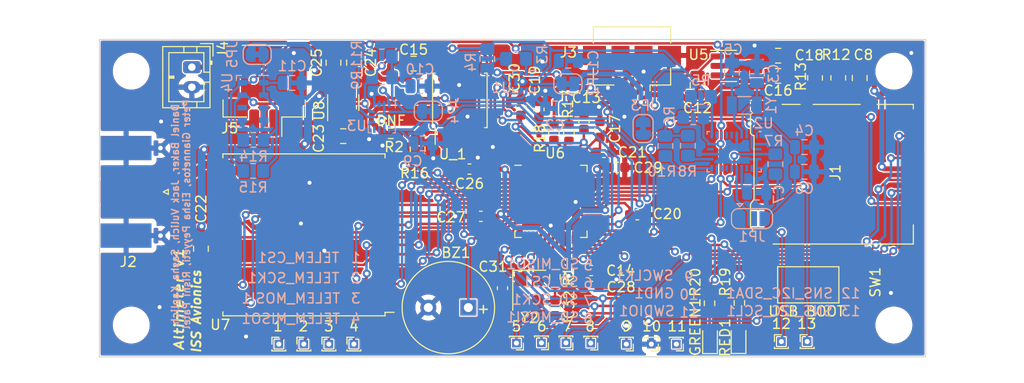
<source format=kicad_pcb>
(kicad_pcb (version 20211014) (generator pcbnew)
  (layers (0 "F.Cu" signal) (31 "B.Cu" signal) (34 "B.Paste" user) (35 "F.Paste" user) (36 "B.SilkS" user "B.Silkscreen") (37 "F.SilkS" user "F.Silkscreen") (38 "B.Mask" user) (39 "F.Mask" user) (44 "Edge.Cuts" user))
  (net 0 "")
  (net 1 "GND")
  (net 2 "Net-(C24-Pad2)")
  (net 3 "Net-(J4-Pad1)")
  (net 4 "Net-(JP1-Pad2)")
  (net 6 "/PWM_BUZZ")
  (net 7 "Net-(C1-Pad1)")
  (net 8 "Net-(C3-Pad1)")
  (net 9 "Net-(C4-Pad1)")
  (net 10 "Net-(C5-Pad1)")
  (net 11 "Net-(C7-Pad1)")
  (net 12 "/3V3")
  (net 13 "Net-(C11-Pad2)")
  (net 14 "/1V1")
  (net 15 "Net-(C16-Pad2)")
  (net 16 "/VBAT")
  (net 17 "Net-(J1-Pad1)")
  (net 18 "/SPI_SDCARD_CS")
  (net 19 "/SPI_SDCARD_MOSI")
  (net 20 "/SPI_SDCARD_SCK")
  (net 21 "/SPI_SDCARD_MISO")
  (net 22 "Net-(J1-Pad8)")
  (net 23 "/USB_D-")
  (net 24 "/USB_D+")
  (net 26 "/SNS_I2C_SDA")
  (net 27 "/BNO086_BOOT")
  (net 28 "Net-(R10-Pad1)")
  (net 29 "Net-(R17-Pad2)")
  (net 30 "Net-(R18-Pad2)")
  (net 31 "/LED_1")
  (net 32 "/LED_2")
  (net 33 "/SWCLK")
  (net 34 "/SWDIO")
  (net 35 "/TELEM_CS")
  (net 36 "/TELEM_MISO")
  (net 37 "/TELEM_MOSI")
  (net 38 "/TELEM_SCK")
  (net 39 "/KX134_INT1")
  (net 40 "/KX134_INT2")
  (net 43 "/BNO086_INT")
  (net 45 "/LSM6DSLTR_INT1")
  (net 46 "/LSM6DSLTR_INT2")
  (net 49 "/TELEM_INT")
  (net 50 "/TELEM_RST")
  (net 51 "/TELEM_GPIO_1")
  (net 52 "/TELEM_GPIO_2")
  (net 53 "/TELEM_GPIO_3")
  (net 54 "/TELEM_GPIO_4")
  (net 55 "/XIN")
  (net 56 "/XOUT")
  (net 58 "/TELEM_GPIO_5")
  (net 63 "/QSPI_SD3")
  (net 64 "/QSPI_SCLK")
  (net 65 "/QSPI_SD0")
  (net 66 "/QSPI_SD2")
  (net 67 "/QSPI_SD1")
  (net 68 "/SNS_I2C_SCL")
  (net 69 "Net-(C10-Pad2)")
  (net 70 "Net-(C12-Pad1)")
  (net 71 "Net-(GREEN1-Pad2)")
  (net 72 "Net-(R8-Pad1)")
  (net 73 "Net-(R19-Pad2)")
  (net 74 "/QSPI_SS")
  (net 75 "/XTAL Resistor")
  (net 76 "Net-(U7-Pad9)")
  (net 77 "/SW_CS")
  (footprint "RF_Module:HOPERF_RFM9XW_SMD" (layer "F.Cu") (at 122.225 108.45 180)
    (fp_text reference "U7")
    (fp_text value "RFM96W-433S2")
  )
  (footprint "Connector_PinHeader_1.00mm:PinHeader_1x01_P1.00mm_Vertical" (layer "F.Cu") (at 145.951 119.255 180)
    (fp_text reference "SD_CS1")
    (fp_text value "TestPoint")
  )
  (footprint "Capacitor_SMD:C_0805_2012Metric" (layer "F.Cu") (at 161.55 93.475 -90)
    (fp_text reference "C12")
    (fp_text value "1uF")
  )
  (footprint "Connector_PinHeader_1.00mm:PinHeader_1x01_P1.00mm_Vertical" (layer "F.Cu") (at 143.451 119.28 180)
    (fp_text reference "SD_MISO1")
    (fp_text value "TestPoint")
  )
  (footprint "Connector_PinHeader_1.00mm:PinHeader_1x01_P1.00mm_Vertical" (layer "F.Cu") (at 169.926 119.126)
    (fp_text reference "SNS_I2C_SDA1")
    (fp_text value "TestPoint")
  )
  (footprint "Capacitor_SMD:C_0805_2012Metric" (layer "F.Cu") (at 127.225 91.225 -90)
    (fp_text reference "C24")
    (fp_text value "10nF")
  )
  (footprint "Connector_Coaxial:SMA_Molex_73251-1153_EdgeMount_Horizontal" (layer "F.Cu") (at 106.17 104.15)
    (fp_text reference "J2")
    (fp_text value "Conn_Coaxial")
  )
  (footprint "MountingHole:MountingHole_3.2mm_M3_ISO7380" (layer "F.Cu") (at 181.169 92.075)
    (fp_text reference "REF**" hide)
    (fp_text value "MountingHole_3.2mm_M3_ISO7380")
  )
  (footprint "Capacitor_SMD:C_0805_2012Metric" (layer "F.Cu") (at 169.6 92.55 180)
    (fp_text reference "C16")
    (fp_text value "10nF")
  )
  (footprint "Resistor_SMD:R_0603_1608Metric" (layer "F.Cu") (at 165.73 115.26 -90)
    (fp_text reference "R19")
    (fp_text value "1k")
  )
  (footprint "Package_TO_SOT_SMD:SOT-23-5" (layer "F.Cu") (at 126.15 95.225 90)
    (fp_text reference "U8")
    (fp_text value "LD3985M33R_SOT23")
  )
  (footprint "MountingHole:MountingHole_3.2mm_M3_ISO7380" (layer "F.Cu") (at 181.169 117.475)
    (fp_text reference "REF**" hide)
    (fp_text value "MountingHole_3.2mm_M3_ISO7380")
  )
  (footprint "Capacitor_SMD:C_0603_1608Metric" (layer "F.Cu") (at 153.5 101.7)
    (fp_text reference "C29")
    (fp_text value "100 nF")
  )
  (footprint "Connector_PinHeader_1.00mm:PinHeader_1x01_P1.00mm_Vertical" (layer "F.Cu") (at 150.876 119.28 180)
    (fp_text reference "SD_MOSI1")
    (fp_text value "TestPoint")
  )
  (footprint "Buzzer_Beeper:MagneticBuzzer_PUI_AT-0927-TT-6-R" (layer "F.Cu") (at 138.65 115.725 180)
    (fp_text reference "BZ1")
    (fp_text value "Buzzer")
  )
  (footprint "Connector_Card:microSD_HC_Hirose_DM3AT-SF-PEJM5" (layer "F.Cu") (at 175.225 102.375 -90)
    (fp_text reference "J1")
    (fp_text value "Micro_SD_Card")
  )
  (footprint "LED_SMD:LED_0603_1608Metric" (layer "F.Cu") (at 162.797 118.842 90)
    (fp_text reference "GREEN1")
    (fp_text value "~")
  )
  (footprint "Resistor_SMD:R_0805_2012Metric" (layer "F.Cu") (at 175.6092 92.7408 -90)
    (fp_text reference "R12")
    (fp_text value "10k")
  )
  (footprint "MountingHole:MountingHole_3.2mm_M3_ISO7380" (layer "F.Cu") (at 104.969 117.475)
    (fp_text reference "REF**" hide)
    (fp_text value "MountingHole_3.2mm_M3_ISO7380")
  )
  (footprint "MountingHole:MountingHole_3.2mm_M3_ISO7380" (layer "F.Cu") (at 104.969 92.075)
    (fp_text reference "REF**" hide)
    (fp_text value "MountingHole_3.2mm_M3_ISO7380")
  )
  (footprint "Resistor_SMD:R_0805_2012Metric" (layer "F.Cu") (at 173.2892 92.7508 -90)
    (fp_text reference "R13")
    (fp_text value "10k")
  )
  (footprint "Capacitor_SMD:C_0603_1608Metric" (layer "F.Cu") (at 150.2 97.1 90)
    (fp_text reference "C13")
    (fp_text value "1 uF")
  )
  (footprint "Connector_PinHeader_1.00mm:PinHeader_1x01_P1.00mm_Vertical" (layer "F.Cu") (at 124.714 119.38)
    (fp_text reference "TELEM_MOSI1")
    (fp_text value "TestPoint")
  )
  (footprint "Resistor_SMD:R_0603_1608Metric" (layer "F.Cu") (at 147.2 98.1 -90)
    (fp_text reference "R18")
    (fp_text value "27")
  )
  (footprint "Resistor_SMD:R_0603_1608Metric" (layer "F.Cu") (at 130.9 98.29)
    (fp_text reference "R2")
    (fp_text value "DNF")
  )
  (footprint "Capacitor_SMD:C_0603_1608Metric" (layer "F.Cu") (at 143.9 95.7 90)
    (fp_text reference "C30")
    (fp_text value "100 nF")
  )
  (footprint "Connector_PinHeader_1.00mm:PinHeader_1x01_P1.00mm_Vertical" (layer "F.Cu") (at 154.432 119.38 180)
    (fp_text reference "SWCLK1")
    (fp_text value "TestPoint")
  )
  (footprint "Crystal:Crystal_SMD_3225-4Pin_3.2x2.5mm" (layer "F.Cu") (at 144.74 113.99 -90)
    (fp_text reference "Y2")
    (fp_text value "Crystal_GND24")
  )
  (footprint "Capacitor_SMD:C_0805_2012Metric" (layer "F.Cu") (at 177.7492 92.7608 90)
    (fp_text reference "C8")
    (fp_text value "10u")
  )
  (footprint "Capacitor_SMD:C_0805_2012Metric" (layer "F.Cu") (at 133.18 91.32 180)
    (fp_text reference "C15")
    (fp_text value "100nF")
  )
  (footprint "Connector_PinHeader_1.00mm:PinHeader_1x01_P1.00mm_Vertical" (layer "F.Cu") (at 148.401 119.255 180)
    (fp_text reference "SD_SCK1")
    (fp_text value "TestPoint")
  )
  (footprint "Capacitor_SMD:C_0805_2012Metric" (layer "F.Cu") (at 111.93 109.84 -90)
    (fp_text reference "C22")
    (fp_text value "10uF")
  )
  (footprint "Connector_USB:USB_Micro-B_Amphenol_10104110_Horizontal" (layer "F.Cu") (at 155 91.8 180)
    (fp_text reference "J3")
    (fp_text value "USB_B_Micro")
  )
  (footprint "Capacitor_SMD:C_0603_1608Metric" (layer "F.Cu") (at 139.9 106.6 180)
    (fp_text reference "C27")
    (fp_text value "100 nF")
  )
  (footprint "Capacitor_SMD:C_0603_1608Metric" (layer "F.Cu") (at 155.53 106.44)
    (fp_text reference "C20")
    (fp_text value "100 nF")
  )
  (footprint "Package_SO:SOIC-8_5.23x5.23mm_P1.27mm" (layer "F.Cu") (at 137.8 95 90)
    (fp_text reference "U_1")
    (fp_text value "W25Q128JVS")
  )
  (footprint "Capacitor_SMD:C_0603_1608Metric" (layer "F.Cu") (at 142.06 113.78 90)
    (fp_text reference "C31")
    (fp_text value "30pF")
  )
  (footprint "Capacitor_SMD:C_0603_1608Metric" (layer "F.Cu") (at 138.76 101.87 180)
    (fp_text reference "C26")
    (fp_text value "100 nF")
  )
  (footprint "Connector_PinHeader_1.00mm:PinHeader_1x01_P1.00mm_Vertical" (layer "F.Cu") (at 159.432 119.38 180)
    (fp_text reference "SWDIO1")
    (fp_text value "TestPoint")
  )
  (footprint "Capacitor_SMD:C_0603_1608Metric" (layer "F.Cu") (at 150.93 113.61)
    (fp_text reference "C28")
    (fp_text value "100 nF")
  )
  (footprint "Resistor_SMD:R_0603_1608Metric" (layer "F.Cu") (at 148.7 98.2 -90)
    (fp_text reference "R17")
    (fp_text value "27")
  )
  (footprint "LED_SMD:LED_0603_1608Metric" (layer "F.Cu") (at 165.646 118.832 90)
    (fp_text reference "RED1")
    (fp_text value "~")
  )
  (footprint "Capacitor_SMD:C_0603_1608Metric" (layer "F.Cu") (at 152.2 100.2)
    (fp_text reference "C21")
    (fp_text value "100 nF")
  )
  (footprint "Resistor_SMD:R_0603_1608Metric" (layer "F.Cu") (at 162.75 115.295 -90)
    (fp_text reference "R20")
    (fp_text value "1k")
  )
  (footprint "Capacitor_SMD:C_0805_2012Metric" (layer "F.Cu") (at 126.15 98.575)
    (fp_text reference "C23")
    (fp_text value "1uF")
  )
  (footprint "Connector_PinHeader_1.00mm:PinHeader_1x01_P1.00mm_Vertical" (layer "F.Cu") (at 127.214 119.38)
    (fp_text reference "TELEM_MISO1")
    (fp_text value "TestPoint")
  )
  (footprint "Capacitor_SMD:C_0603_1608Metric" (layer "F.Cu") (at 145.7 95.9 90)
    (fp_text reference "C19")
    (fp_text value "100 nF")
  )
  (footprint "Connector_PinHeader_1.00mm:PinHeader_1x01_P1.00mm_Vertical" (layer "F.Cu") (at 119.714 119.38)
    (fp_text reference "TELEM_CS1")
    (fp_text value "TestPoint")
  )
  (footprint "Capacitor_SMD:C_0603_1608Metric" (layer "F.Cu") (at 151.8 97.9 90)
    (fp_text reference "C17")
    (fp_text value "1 uF")
  )
  (footprint "Connector_PinHeader_1.00mm:PinHeader_1x01_P1.00mm_Vertical" (layer "F.Cu") (at 156.932 119.38 180)
    (fp_text reference "GND1")
    (fp_text value "TestPoint")
  )
  (footprint "Capacitor_SMD:C_0603_1608Metric" (layer "F.Cu") (at 150.92 112.02)
    (fp_text reference "C14")
    (fp_text value "100 nF")
  )
  (footprint "Package_DFN_QFN:QFN-56-1EP_7x7mm_P0.4mm_EP3.2x3.2mm" (layer "F.Cu") (at 146.9 105.1)
    (fp_text reference "U6")
    (fp_text value "RP2040")
  )
  (footprint "Package_TO_SOT_SMD:SOT-23-5" (layer "F.Cu") (at 164.65 91.55)
    (fp_text reference "U5")
    (fp_text value "LD3985M33R_SOT23")
  )
  (footprint "Capacitor_SMD:C_0603_1608Metric" (layer "F.Cu") (at 147.31 115.75 90)
    (fp_text reference "C32")
    (fp_text value "30pF")
  )
  (footprint "Connector_JST:JST_PH_B2B-PH-K_1x02_P2.00mm_Vertical" (layer "F.Cu") (at 111.025 91.675 -90)
    (fp_text reference "J4")
    (fp_text value "Conn_01x02_Female")
  )
  (footprint "Connector_PinHeader_1.00mm:PinHeader_1x01_P1.00mm_Vertical" (layer "F.Cu") (at 122.214 119.38)
    (fp_text reference "TELEM_SCK1")
    (fp_text value "TestPoint")
  )
  (footprint "Capacitor_SMD:C_0805_2012Metric" (layer "F.Cu") (at 169.6 90.525)
    (fp_text reference "C18")
    (fp_text value "1uF")
  )
  (footprint "Resistor_SMD:R_0603_1608Metric" (layer "F.Cu") (at 147.3 112.66 90)
    (fp_text reference "R1")
    (fp_text value "1k")
  )
  (footprint "Capacitor_SMD:C_0805_2012Metric" (layer "F.Cu") (at 125.175 91.225 90)
    (fp_text reference "C25")
    (fp_text value "1uF")
  )
  (footprint "Connector_PinHeader_1.00mm:PinHeader_1x01_P1.00mm_Vertical" (layer "F.Cu") (at 172.5 119.126)
    (fp_text reference "SNS_I2C_SCL1")
    (fp_text value "TestPoint")
  )
  (footprint "Connector_Molex:Molex_CLIK-Mate_502494-0270_1x02-1MP_P2.00mm_Horizontal" (layer "F.Cu") (at 118.25 94.75 180)
    (fp_text reference "J5")
    (fp_text value "Molex Micro-Lock 5055780271")
  )
  (footprint "Button_Switch_SMD:SW_SPST_FSMSM" (layer "F.Cu") (at 172.61 113.45 180)
    (fp_text reference "SW1")
    (fp_text value "SW_Push")
  )
  (footprint "Resistor_SMD:R_0805_2012Metric" (layer "F.Cu") (at 133.58 99.88 90)
    (fp_text reference "R16")
    (fp_text value "1k")
  )
  (footprint "Capacitor_SMD:C_0805_2012Metric" (layer "B.Cu") (at 121.05 93.25 180)
    (fp_text reference "C11")
    (fp_text value "100nF")
  )
  (footprint "Resistor_SMD:R_0805_2012Metric_Pad1.20x1.40mm_HandSolder" (layer "B.Cu") (at 161.89 94.65 180)
    (fp_text reference "R5")
    (fp_text value "2.2k")
  )
  (footprint "Jumper:SolderJumper-2_P1.3mm_Bridged_RoundedPad1.0x1.5mm" (layer "B.Cu") (at 148.6 93.35 180)
    (fp_text reference "JP2")
    (fp_text value "Jumper_NC_Small")
  )
  (footprint "Capacitor_SMD:C_0805_2012Metric" (layer "B.Cu") (at 133.825 93.575 180)
    (fp_text reference "C10")
    (fp_text value "100nF")
  )
  (footprint "Resistor_SMD:R_0805_2012Metric_Pad1.20x1.40mm_HandSolder" (layer "B.Cu") (at 143.42 90.85 180)
    (fp_text reference "R3")
    (fp_text value "2.2k")
  )
  (footprint "Resistor_SMD:R_0805_2012Metric_Pad1.20x1.40mm_HandSolder" (layer "B.Cu") (at 117.175 98.95)
    (fp_text reference "R14")
    (fp_text value "10k")
  )
  (footprint "Resistor_SMD:R_0805_2012Metric_Pad1.20x1.40mm_HandSolder" (layer "B.Cu") (at 160.58 99.53 90)
    (fp_text reference "R8")
    (fp_text value "2.2k")
  )
  (footprint "Capacitor_SMD:C_0805_2012Metric" (layer "B.Cu") (at 148.64 91.03)
    (fp_text reference "C1")
    (fp_text value "100nF")
  )
  (footprint "Capacitor_SMD:C_0805_2012Metric" (layer "B.Cu") (at 167.48 92.31 90)
    (fp_text reference "C3")
    (fp_text value "22pF")
  )
  (footprint "Capacitor_SMD:C_0805_2012Metric" (layer "B.Cu") (at 172.22 102.14)
    (fp_text reference "C6")
    (fp_text value "0.1uF")
  )
  (footprint "Package_LGA:LGA-12_2x2mm_P0.5mm" (layer "B.Cu") (at 144.1875 93.1 180)
    (fp_text reference "U1")
    (fp_text value "KX134-1211")
  )
  (footprint "Jumper:SolderJumper-3_P1.3mm_Open_RoundedPad1.0x1.5mm" (layer "B.Cu") (at 166.99 106.83)
    (fp_text reference "JP1")
    (fp_text value "SolderJumper_3_Open")
  )
  (footprint "Capacitor_SMD:C_0805_2012Metric" (layer "B.Cu") (at 172.24 99.67)
    (fp_text reference "C4")
    (fp_text value "0.1uF")
  )
  (footprint "Resistor_SMD:R_0805_2012Metric_Pad1.20x1.40mm_HandSolder" (layer "B.Cu") (at 117.15 102.05)
    (fp_text reference "R15")
    (fp_text value "10k")
  )
  (footprint "Resistor_SMD:R_0805_2012Metric_Pad1.20x1.40mm_HandSolder" (layer "B.Cu") (at 158.34 99.56 90)
    (fp_text reference "R10")
    (fp_text value "2.2k")
  )
  (footprint "Package_LGA:Bosch_LGA-14_3x2.5mm_P0.5mm" (layer "B.Cu") (at 130 96.65 -90)
    (fp_text reference "U3")
    (fp_text value "LSM6DSLTR")
  )
  (footprint "Capacitor_SMD:C_0805_2012Metric" (layer "B.Cu") (at 167.46 104.23)
    (fp_text reference "C7")
    (fp_text value "0.1uF")
  )
  (footprint "Capacitor_SMD:C_0805_2012Metric" (layer "B.Cu") (at 164.985 92.205 90)
    (fp_text reference "C5")
    (fp_text value "22pF")
  )
  (footprint "Resistor_SMD:R_0805_2012Metric_Pad1.20x1.40mm_HandSolder" (layer "B.Cu") (at 130.04 92.69)
    (fp_text reference "R9")
    (fp_text value "2.2k")
  )
  (footprint "Resistor_SMD:R_0805_2012Metric_Pad1.20x1.40mm_HandSolder" (layer "B.Cu") (at 169.33 101.38 -90)
    (fp_text reference "R7")
    (fp_text value "10k")
  )
  (footprint "Capacitor_SMD:C_0805_2012Metric" (layer "B.Cu") (at 134.12 99.3 180)
    (fp_text reference "C9")
    (fp_text value "100nF")
  )
  (footprint "Jumper:SolderJumper-2_P1.3mm_Bridged_RoundedPad1.0x1.5mm" (layer "B.Cu") (at 156.11 97.82 90)
    (fp_text reference "JP3")
    (fp_text value "Jumper_2_Bridged")
  )
  (footprint "Package_LGA:LGA-28_5.2x3.8mm_P0.5mm" (layer "B.Cu") (at 165.21 100.13 180)
    (fp_text reference "U2")
    (fp_text value "BNO086")
  )
  (footprint "Resistor_SMD:R_0805_2012Metric_Pad1.20x1.40mm_HandSolder" (layer "B.Cu") (at 140.54 90.85 -90)
    (fp_text reference "R4")
    (fp_text value "2.2k")
  )
  (footprint "Jumper:SolderJumper-2_P1.3mm_Bridged_RoundedPad1.0x1.5mm" (layer "B.Cu") (at 117.55 90.4)
    (fp_text reference "JP5")
    (fp_text value "Jumper_NC_Small")
  )
  (footprint "Jumper:SolderJumper-2_P1.3mm_Bridged_RoundedPad1.0x1.5mm" (layer "B.Cu") (at 134.65 96.075 180)
    (fp_text reference "JP4")
    (fp_text value "Jumper_2_Bridged")
  )
  (footprint "Capacitor_SMD:C_0805_2012Metric" (layer "B.Cu") (at 147.28 95.8)
    (fp_text reference "C2")
    (fp_text value "100nF")
  )
  (footprint "Crystal:Crystal_SMD_3215-2Pin_3.2x1.5mm" (layer "B.Cu") (at 166.225 95.495)
    (fp_text reference "Y1")
    (fp_text value "32.768kHz")
  )
  (footprint "Package_LGA:LGA-8_3x5mm_P1.25mm" (layer "B.Cu") (at 117.125 95.1 180)
    (fp_text reference "U4")
    (fp_text value "MS5611-01BA03")
  )
  (footprint "Resistor_SMD:R_0805_2012Metric_Pad1.20x1.40mm_HandSolder" (layer "B.Cu") (at 130 90.61)
    (fp_text reference "R11")
    (fp_text value "2.2k")
  )
  (footprint "Resistor_SMD:R_0805_2012Metric_Pad1.20x1.40mm_HandSolder" (layer "B.Cu") (at 161.13 96.68 180)
    (fp_text reference "R6")
    (fp_text value "2.2k")
  )
  (gr_rect (start 101.794 88.9) (end 184.344 120.65) (layer "Edge.Cuts") (width 0.1) (fill none))
  (gr_text "1\n" (at 127.397 110.744) (layer "B.SilkS") (effects (font (size 1 1)) (justify mirror)))
  (gr_text "5" (at 150.622 111.506) (layer "B.SilkS") (effects (font (size 1 1)) (justify mirror)))
  (gr_text "4" (at 127.397 116.84) (layer "B.SilkS") (effects (font (size 1 1)) (justify mirror)))
  (gr_text "Daniel Baker, Jack Vulich, Sasha Kaplich\nPeter Giannetos, Eisha Peyyeti, Rishi Patel" (at 109.925 106.4 90) (layer "B.SilkS") (effects (font (size 0.7 0.7)) (justify mirror)))
  (gr_text "7" (at 150.622 115.062) (layer "B.SilkS") (effects (font (size 1 1)) (justify mirror)))
  (gr_text "10" (at 160.689 114.432) (layer "B.SilkS") (effects (font (size 1 1)) (justify mirror)))
  (gr_text "6" (at 150.622 113.284) (layer "B.SilkS") (effects (font (size 1 1)) (justify mirror)))
  (gr_text "8" (at 150.622 116.84) (layer "B.SilkS") (effects (font (size 1 1)) (justify mirror)))
  (gr_text "13" (at 176.846952 116.078) (layer "B.SilkS") (effects (font (size 1 1)) (justify mirror)))
  (gr_text "2" (at 127.397 112.776) (layer "B.SilkS") (effects (font (size 1 1)) (justify mirror)))
  (gr_text "3" (at 127.397 114.808) (layer "B.SilkS") (effects (font (size 1 1)) (justify mirror)))
  (gr_text "12" (at 176.846952 114.3) (layer "B.SilkS") (effects (font (size 1 1)) (justify mirror)))
  (gr_text "9" (at 160.689 112.654) (layer "B.SilkS") (effects (font (size 1 1)) (justify mirror)))
  (gr_text "11" (at 160.689 116.21) (layer "B.SilkS") (effects (font (size 1 1)) (justify mirror)))
  (gr_text "2" (at 122.174 117.602) (layer "F.SilkS") (effects (font (size 1 1))))
  (gr_text "11" (at 159.512 117.602) (layer "F.SilkS") (effects (font (size 1 1))))
  (gr_text "DNF" (at 130.92 97.03) (layer "F.SilkS") (effects (font (size 1 1))))
  (gr_text "8" (at 150.816 117.602) (layer "F.SilkS") (effects (font (size 1 1))))
  (gr_text "4" (at 127.214 117.602) (layer "F.SilkS") (effects (font (size 1 1))))
  (gr_text "ISS Avionics" (at 111.47 116.1 90) (layer "F.SilkS") (effects (font (size 0.9 0.9) (thickness 0.2) italic)))
  (gr_text "12" (at 169.926 117.348) (layer "F.SilkS") (effects (font (size 1 1))))
  (gr_text "7" (at 148.53 117.602) (layer "F.SilkS") (effects (font (size 1 1))))
  (gr_text "Altimeter V1" (at 109.75 114.89 90) (layer "F.SilkS") (effects (font (size 0.9 1.1) (thickness 0.2) italic)))
  (gr_text "13" (at 172.466 117.348) (layer "F.SilkS") (effects (font (size 1 1))))
  (gr_text "6" (at 145.99 117.602) (layer "F.SilkS") (effects (font (size 1 1))))
  (gr_text "3" (at 124.714 117.602) (layer "F.SilkS") (effects (font (size 1 1))))
  (gr_text "USB BOOT" (at 172.43 116.1) (layer "F.SilkS") (effects (font (size 1 1))))
  (gr_text "9" (at 154.432 117.602) (layer "F.SilkS") (effects (font (size 1 1))))
  (gr_text "5" (at 143.45 117.602) (layer "F.SilkS") (effects (font (size 1 1))))
  (gr_text "1\n" (at 119.634 117.602) (layer "F.SilkS") (effects (font (size 1 1))))
  (gr_text "10" (at 156.972 117.602) (layer "F.SilkS") (effects (font (size 1 1))))
  (segment (start 164.03 91.55) (end 164.89548 90.68452) (width 0.2) (layer "F.Cu") (net 1))
  (segment (start 153.7 92.95) (end 151.25 90.5) (width 0.25) (layer "F.Cu") (net 1))
  (segment (start 128.67 98.94) (end 127.465 98.94) (width 0.25) (layer "F.Cu") (net 1))
  (segment (start 153.7 93.35) (end 152.9955 93.35) (width 0.25) (layer "F.Cu") (net 1))
  (segment (start 145.9 107.87) (end 145.9 108.5375) (width 0.25) (layer "F.Cu") (net 1))
  (segment (start 152.9955 93.35) (end 152.6 93.7455) (width 0.25) (layer "F.Cu") (net 1))
  (segment (start 165.2 89.51) (end 167.25 89.51) (width 0.2) (layer "F.Cu") (net 1))
  (segment (start 138.57 94.3) (end 137.73 93.46) (width 0.25) (layer "F.Cu") (net 1))
  (segment (start 164.89548 90.68452) (end 164.89548 89.81452) (width 0.2) (layer "F.Cu") (net 1))
  (segment (start 128.73 98.88) (end 128.67 98.94) (width 0.25) (layer "F.Cu") (net 1))
  (segment (start 146.88 107.52) (end 146.25 107.52) (width 0.25) (layer "F.Cu") (net 1))
  (segment (start 146.25 107.52) (end 145.9 107.87) (width 0.25) (layer "F.Cu") (net 1))
  (segment (start 138.57 96.62) (end 138.57 94.3) (width 0.25) (layer "F.Cu") (net 1))
  (segment (start 164.89548 89.81452) (end 165.2 89.51) (width 0.2) (layer "F.Cu") (net 1))
  (via (at 138.57 96.62) (size 0.8) (drill 0.4) (layers "F.Cu" "B.Cu") (net 1))
  (via (at 146.04 91.12) (size 0.8) (drill 0.4) (layers "F.Cu" "B.Cu") (net 1))
  (via (at 144.06 93.09) (size 0.8) (drill 0.4) (layers "F.Cu" "B.Cu") (net 1))
  (via (at 180.87 114.26) (size 0.8) (drill 0.4) (layers "F.Cu" "B.Cu") (net 1))
  (via (at 128.73 98.88) (size 0.8) (drill 0.4) (layers "F.Cu" "B.Cu") (net 1))
  (via (at 116.44 118.62) (size 0.8) (drill 0.4) (layers "F.Cu" "B.Cu") (net 1))
  (via (at 121.21 90.26) (size 0.8) (drill 0.4) (layers "F.Cu" "B.Cu") (net 1))
  (via (at 137.73 93.46) (size 0.8) (drill 0.4) (layers "F.Cu" "B.Cu") (net 1))
  (via (at 156.16 92.120498) (size 0.8) (drill 0.4) (layers "F.Cu" "B.Cu") (net 1))
  (via (at 128.9795 94.34) (size 0.8) (drill 0.4) (layers "F.Cu" "B.Cu") (net 1))
  (via (at 154.24 96.63) (size 0.8) (drill 0.4) (layers "F.Cu" "B.Cu") (net 1))
  (via (at 122.78 103.24) (size 0.8) (drill 0.4) (layers "F.Cu" "B.Cu") (net 1))
  (via (at 107.95 97.11) (size 0.8) (drill 0.4) (layers "F.Cu" "B.Cu") (net 1))
  (via (at 121.92 107.315) (size 0.8) (drill 0.4) (layers "F.Cu" "B.Cu") (net 1))
  (via (at 141.09 99.66) (size 0.8) (drill 0.4) (layers "F.Cu" "B.Cu") (net 1))
  (via (at 124.26 110.03) (size 0.8) (drill 0.4) (layers "F.Cu" "B.Cu") (net 1))
  (via (at 151.7 95.64) (size 0.8) (drill 0.4) (layers "F.Cu" "B.Cu") (net 1))
  (via (at 146.34 94.03) (size 0.8) (drill 0.4) (layers "F.Cu" "B.Cu") (net 1))
  (via (at 139.59 100.7245) (size 0.8) (drill 0.4) (layers "F.Cu" "B.Cu") (net 1))
  (via (at 167.25 89.51) (size 0.8) (drill 0.4) (layers "F.Cu" "B.Cu") (net 1))
  (via (at 137.34 106.59) (size 0.8) (drill 0.4) (layers "F.Cu" "B.Cu") (net 1))
  (via (at 152.6 93.7455) (size 0.8) (drill 0.4) (layers "F.Cu" "B.Cu") (net 1))
  (via (at 146.88 107.52) (size 0.8) (drill 0.4) (layers "F.Cu" "B.Cu") (net 1))
  (via (at 149.37 105.16) (size 0.8) (drill 0.4) (layers "F.Cu" "B.Cu") (net 1))
  (via (at 153.44 112.91) (size 0.8) (drill 0.4) (layers "F.Cu" "B.Cu") (net 1))
  (via (at 182.91 90.25) (size 0.8) (drill 0.4) (layers "F.Cu" "B.Cu") (net 1))
  (via (at 107.8 115.68) (size 0.8) (drill 0.4) (layers "F.Cu" "B.Cu") (net 1))
  (segment (start 141.09 99.14) (end 138.57 96.62) (width 0.25) (layer "B.Cu") (net 1))
  (segment (start 140.86 99.89) (end 141.09 99.66) (width 0.25) (layer "B.Cu") (net 1))
  (segment (start 129.25 95.3875) (end 129.25 94.6105) (width 0.25) (layer "B.Cu") (net 1))
  (segment (start 131.0125 96.65) (end 131.0125 97.15) (width 0.25) (layer "B.Cu") (net 1))
  (segment (start 130.25 96.359022) (end 130.25 95.3875) (width 0.25) (layer "B.Cu") (net 1))
  (segment (start 129.25 95.3875) (end 129.75 95.3875) (width 0.25) (layer "B.Cu") (net 1))
  (segment (start 144.95 92.21) (end 146.04 91.12) (width 0.25) (layer "B.Cu") (net 1))
  (segment (start 146.33 95.8) (end 144.95 94.42) (width 0.25) (layer "B.Cu") (net 1))
  (segment (start 141.09 99.66) (end 141.09 99.14) (width 0.25) (layer "B.Cu") (net 1))
  (segment (start 140.4245 99.89) (end 140.86 99.89) (width 0.25) (layer "B.Cu") (net 1))
  (segment (start 144.95 94.42) (end 144.95 93.85) (width 0.25) (layer "B.Cu") (net 1))
  (segment (start 130.540978 96.65) (end 130.25 96.359022) (width 0.25) (layer "B.Cu") (net 1))
  (segment (start 129.25 94.6105) (end 128.9795 94.34) (width 0.25) (layer "B.Cu") (net 1))
  (segment (start 152.6055 93.7455) (end 154.24 95.38) (width 0.25) (layer "B.Cu") (net 1))
  (segment (start 149.59 91.03) (end 155.069502 91.03) (width 0.25) (layer "B.Cu") (net 1))
  (segment (start 139.59 100.7245) (end 140.4245 99.89) (width 0.25) (layer "B.Cu") (net 1))
  (segment (start 152.6 93.7455) (end 152.6055 93.7455) (width 0.25) (layer "B.Cu") (net 1))
  (segment (start 144.95 92.35) (end 144.95 92.21) (width 0.25) (layer "B.Cu") (net 1))
  (segment (start 130.25 95.3875) (end 129.75 95.3875) (width 0.25) (layer "B.Cu") (net 1))
  (segment (start 155.069502 91.03) (end 156.16 92.120498) (width 0.25) (layer "B.Cu") (net 1))
  (segment (start 143.425 92.85) (end 143.425 93.35) (width 0.25) (layer "B.Cu") (net 1))
  (segment (start 131.0125 96.65) (end 130.540978 96.65) (width 0.25) (layer "B.Cu") (net 1))
  (segment (start 154.24 95.38) (end 154.24 96.63) (width 0.25) (layer "B.Cu") (net 1))
  (segment (start 128.73 98.88) (end 128.73 97.4075) (width 0.25) (layer "B.Cu") (net 1))
  (segment (start 128.73 97.4075) (end 128.9875 97.15) (width 0.25) (layer "B.Cu") (net 1))
  (segment (start 127.1 94.0875) (end 127.1 92.3) (width 0.25) (layer "F.Cu") (net 2))
  (segment (start 112.325 91.675) (end 113.025 92.375) (width 0.5) (layer "F.Cu") (net 3))
  (segment (start 113.025 92.375) (end 113.025 95.725) (width 0.5) (layer "F.Cu") (net 3))
  (segment (start 114.55 97.25) (end 117.25 97.25) (width 0.5) (layer "F.Cu") (net 3))
  (segment (start 113.025 95.725) (end 114.55 97.25) (width 0.5) (layer "F.Cu") (net 3))
  (segment (start 111.025 91.675) (end 112.325 91.675) (width 0.5) (layer "F.Cu") (net 3))
  (segment (start 166.345426 105.82548) (end 166.99 106.470054) (width 0.25) (layer "B.Cu") (net 4))
  (segment (start 165.46 101.7925) (end 165.46 104.96) (width 0.25) (layer "B.Cu") (net 4))
  (segment (start 165.46 104.96) (end 166.32548 105.82548) (width 0.25) (layer "B.Cu") (net 4))
  (segment (start 166.32548 105.82548) (end 166.345426 105.82548) (width 0.25) (layer "B.Cu") (net 4))
  (segment (start 139.225 108.8) (end 142.3625 108.8) (width 0.25) (layer "F.Cu") (net 6))
  (segment (start 142.3625 108.8) (end 143.4625 107.7) (width 0.25) (layer "F.Cu") (net 6))
  (segment (start 138.95 109.075) (end 139.225 108.8) (width 0.25) (layer "F.Cu") (net 6))
  (via (at 138.95 109.075) (size 0.8) (drill 0.4) (layers "F.Cu" "B.Cu") (net 6))
  (segment (start 138.95 109.075) (end 138.65 109.375) (width 0.25) (layer "B.Cu") (net 6))
  (segment (start 138.65 109.375) (end 138.65 115.725) (width 0.25) (layer "B.Cu") (net 6))
  (segment (start 144.285619 92.39) (end 147.45 92.39) (width 0.25) (layer "F.Cu") (net 7))
  (segment (start 144.097619 92.202) (end 144.285619 92.39) (width 0.25) (layer "F.Cu") (net 7))
  (segment (start 141.53402 92.202) (end 144.097619 92.202) (width 0.25) (layer "F.Cu") (net 7))
  (via (at 141.53402 92.202) (size 0.8) (drill 0.4) (layers "F.Cu" "B.Cu") (net 7))
  (via (at 147.45 92.39) (size 0.8) (drill 0.4) (layers "F.Cu" "B.Cu") (net 7))
  (segment (start 143.425 92.35) (end 143.053478 92.35) (width 0.25) (layer "B.Cu") (net 7))
  (segment (start 142.42 90.85) (end 141.54 90.85) (width 0.25) (layer "B.Cu") (net 7))
  (segment (start 141.922 92.202) (end 142.82 93.1) (width 0.25) (layer "B.Cu") (net 7))
  (segment (start 141.54 90.85) (end 140.54 91.85) (width 0.25) (layer "B.Cu") (net 7))
  (segment (start 147.45 92.85) (end 147.95 93.35) (width 0.25) (layer "B.Cu") (net 7))
  (segment (start 145.6 93.35) (end 147.95 93.35) (width 0.25) (layer "B.Cu") (net 7))
  (segment (start 141.53402 92.202) (end 141.922 92.202) (width 0.25) (layer "B.Cu") (net 7))
  (segment (start 142.82 93.616522) (end 143.053478 93.85) (width 0.25) (layer "B.Cu") (net 7))
  (segment (start 142.82 92.583478) (end 142.82 93.1) (width 0.25) (layer "B.Cu") (net 7))
  (segment (start 142.42 91.345) (end 143.425 92.35) (width 0.25) (layer "B.Cu") (net 7))
  (segment (start 142.82 93.1) (end 142.82 93.616522) (width 0.25) (layer "B.Cu") (net 7))
  (segment (start 143.053478 93.85) (end 143.425 93.85) (width 0.25) (layer "B.Cu") (net 7))
  (segment (start 145.6 93.35) (end 144.95 93.35) (width 0.25) (layer "B.Cu") (net 7))
  (segment (start 147.45 92.39) (end 147.45 92.85) (width 0.25) (layer "B.Cu") (net 7))
  (segment (start 147.69 91.26) (end 145.6 93.35) (width 0.25) (layer "B.Cu") (net 7))
  (segment (start 148.23 95.8) (end 148.23 93.63) (width 0.25) (layer "B.Cu") (net 7))
  (segment (start 143.053478 92.35) (end 142.82 92.583478) (width 0.25) (layer "B.Cu") (net 7))
  (segment (start 166.765 95.495) (end 166.05 96.21) (width 0.25) (layer "B.Cu") (net 8))
  (segment (start 167.475 95.495) (end 166.765 95.495) (width 0.25) (layer "B.Cu") (net 8))
  (segment (start 166.46 97.957256) (end 166.46 98.4675) (width 0.25) (layer "B.Cu") (net 8))
  (segment (start 167.48 93.26) (end 167.48 95.49) (width 0.25) (layer "B.Cu") (net 8))
  (segment (start 166.05 96.21) (end 166.05 97.547256) (width 0.25) (layer "B.Cu") (net 8))
  (segment (start 166.05 97.547256) (end 166.46 97.957256) (width 0.25) (layer "B.Cu") (net 8))
  (segment (start 166.288348 96.86) (end 159.22 96.86) (width 0.25) (layer "F.Cu") (net 9))
  (segment (start 159.22 96.86) (end 158.82 97.26) (width 0.25) (layer "F.Cu") (net 9))
  (segment (start 166.759174 97.330826) (end 166.288348 96.86) (width 0.25) (layer "F.Cu") (net 9))
  (via (at 166.759174 97.330826) (size 0.8) (drill 0.4) (layers "F.Cu" "B.Cu") (net 9))
  (via (at 158.82 97.26) (size 0.8) (drill 0.4) (layers "F.Cu" "B.Cu") (net 9))
  (segment (start 169.555 102.605) (end 169.555 105.565) (width 0.25) (layer "B.Cu") (net 9))
  (segment (start 171.27 102.14) (end 171.27 103.85) (width 0.25) (layer "B.Cu") (net 9))
  (segment (start 160.89 94.65) (end 160.89 95.92) (width 0.25) (layer "B.Cu") (net 9))
  (segment (start 160.89 95.92) (end 160.13 96.68) (width 0.25) (layer "B.Cu") (net 9))
  (segment (start 168.950826 97.330826) (end 166.759174 97.330826) (width 0.25) (layer "B.Cu") (net 9))
  (segment (start 166.96 97.531652) (end 166.96 98.4675) (width 0.25) (layer "B.Cu") (net 9))
  (segment (start 169.555 105.565) (end 168.29 106.83) (width 0.25) (layer "B.Cu") (net 9))
  (segment (start 167.123978 99.88) (end 166.96 99.716022) (width 0.25) (layer "B.Cu") (net 9))
  (segment (start 171.27 103.85) (end 169.555 105.565) (width 0.25) (layer "B.Cu") (net 9))
  (segment (start 156.11 98.47) (end 158.25 98.47) (width 0.25) (layer "B.Cu") (net 9))
  (segment (start 171.29 99.67) (end 168.950826 97.330826) (width 0.25) (layer "B.Cu") (net 9))
  (segment (start 158.34 97.74) (end 158.82 97.26) (width 0.25) (layer "B.Cu") (net 9))
  (segment (start 160.58 98.53) (end 158.37 98.53) (width 0.25) (layer "B.Cu") (net 9))
  (segment (start 158.34 98.56) (end 158.34 97.74) (width 0.25) (layer "B.Cu") (net 9))
  (segment (start 160.13 96.68) (end 159.4 96.68) (width 0.25) (layer "B.Cu") (net 9))
  (segment (start 167.5975 99.88) (end 167.123978 99.88) (width 0.25) (layer "B.Cu") (net 9))
  (segment (start 171.27 99.69) (end 171.27 102.14) (width 0.25) (layer "B.Cu") (net 9))
  (segment (start 166.759174 97.330826) (end 166.96 97.531652) (width 0.25) (layer "B.Cu") (net 9))
  (segment (start 166.96 99.716022) (end 166.96 98.4675) (width 0.25) (layer "B.Cu") (net 9))
  (segment (start 159.4 96.68) (end 158.82 97.26) (width 0.25) (layer "B.Cu") (net 9))
  (segment (start 165.96 97.993978) (end 165.96 98.4675) (width 0.25) (layer "B.Cu") (net 10))
  (segment (start 165.23 95.75) (end 165.23 97.263978) (width 0.25) (layer "B.Cu") (net 10))
  (segment (start 164.985 93.155) (end 164.985 95.485) (width 0.25) (layer "B.Cu") (net 10))
  (segment (start 165.23 97.263978) (end 165.96 97.993978) (width 0.25) (layer "B.Cu") (net 10))
  (segment (start 165.96 103.68) (end 166.51 104.23) (width 0.25) (layer "B.Cu") (net 11))
  (segment (start 165.96 101.7925) (end 165.96 103.68) (width 0.25) (layer "B.Cu") (net 11))
  (segment (start 139.34 101.87) (end 139.535 101.87) (width 0.5) (layer "F.Cu") (net 12))
  (segment (start 142.3375 101.8625) (end 139.5425 101.8625) (width 0.5) (layer "F.Cu") (net 12))
  (segment (start 137.08 95.52) (end 137.08 94.08) (width 0.5) (layer "F.Cu") (net 12))
  (segment (start 139.565 101.9) (end 139.535 101.87) (width 0.5) (layer "F.Cu") (net 12))
  (segment (start 128.95 96.44) (end 128.95 97.165) (width 0.5) (layer "F.Cu") (net 12))
  (segment (start 172.8892 89.34) (end 173.2892 89.74) (width 0.5) (layer "F.Cu") (net 12))
  (segment (start 154.755 105.755) (end 154.755 106.44) (width 0.25) (layer "F.Cu") (net 12))
  (segment (start 179.21 94.05) (end 179.21 92.87) (width 0.5) (layer "F.Cu") (net 12))
  (segment (start 138.33 100.86) (end 139.34 101.87) (width 0.5) (layer "F.Cu") (net 12))
  (segment (start 137.08 94.08) (end 135.895 92.895) (width 0.5) (layer "F.Cu") (net 12))
  (segment (start 152.73404 95.75) (end 155.325 95.75) (width 0.5) (layer "F.Cu") (net 12))
  (segment (start 179.96 101.64) (end 180.17 101.85) (width 0.5) (layer "F.Cu") (net 12))
  (segment (start 133.98 91.47) (end 132.58 92.87) (width 0.5) (layer "F.Cu") (net 12))
  (segment (start 177.7484 91.81) (end 175.6275 91.81) (width 0.5) (layer "F.Cu") (net 12))
  (segment (start 146.65 95.6145) (end 146.65 94.825) (width 0.5) (layer "F.Cu") (net 12))
  (segment (start 136.8 95.8) (end 129.59 95.8) (width 0.5) (layer "F.Cu") (net 12))
  (segment (start 145.61 96.6545) (end 146.65 95.6145) (width 0.5) (layer "F.Cu") (net 12))
  (segment (start 112 107.59) (end 111.93 107.66) (width 0.8) (layer "F.Cu") (net 12))
  (segment (start 156.645 94.43) (end 159.939045 94.43) (width 0.5) (layer "F.Cu") (net 12))
  (segment (start 165.7875 90.6) (end 168.575 90.6) (width 0.25) (layer "F.Cu") (net 12))
  (segment (start 150.9625 100.2) (end 149.5 101.6625) (width 0.25) (layer "F.Cu") (net 12))
  (segment (start 150.3375 106.1) (end 151.816888 106.1) (width 0.25) (layer "F.Cu") (net 12))
  (segment (start 151.425 100.4) (end 152.725 101.7) (width 0.25) (layer "F.Cu") (net 12))
  (segment (start 135.21 100.86) (end 138.33 100.86) (width 0.5) (layer "F.Cu") (net 12))
  (segment (start 173.2892 89.74) (end 173.2892 91.8383) (width 0.5) (layer "F.Cu") (net 12))
  (segment (start 152.725 101.7) (end 151.7 101.7) (width 0.5) (layer "F.Cu") (net 12))
  (segment (start 155.325 95.75) (end 155.89548 95.17952) (width 0.5) (layer "F.Cu") (net 12))
  (segment (start 151.8 98.675) (end 152.73404 97.74096) (width 0.5) (layer "F.Cu") (net 12))
  (segment (start 180.17 101.85) (end 182.95 101.85) (width 0.5) (layer "F.Cu") (net 12))
  (segment (start 123.475 92.175) (end 125.175 92.175) (width 0.5) (layer "F.Cu") (net 12))
  (segment (start 151.7 101.7) (end 151.5 101.9) (width 0.5) (layer "F.Cu") (net 12))
  (segment (start 135.895 92.895) (end 135.895 91.4) (width 0.5) (layer "F.Cu") (net 12))
  (segment (start 126.055 91.295) (end 125.175 92.175) (width 0.5) (layer "F.Cu") (net 12))
  (segment (start 130.07 98.295) (end 130.075 98.29) (width 0.5) (layer "F.Cu") (net 12))
  (segment (start 130.07 99.52) (end 130.07 98.295) (width 0.5) (layer "F.Cu") (net 12))
  (segment (start 135.14 100.79) (end 135.21 100.86) (width 0.5) (layer "F.Cu") (net 12))
  (segment (start 150.3375 102.5) (end 151.925 102.5) (width 0.25) (layer "F.Cu") (net 12))
  (segment (start 132.58 92.87) (end 129.97 92.87) (width 0.5) (layer "F.Cu") (net 12))
  (segment (start 147.5 100.342788) (end 147.028606 99.871394) (width 0.25) (layer "F.Cu") (net 12))
  (segment (start 179.21 92.87) (end 178.2 91.86) (width 0.5) (layer "F.Cu") (net 12))
  (segment (start 169.53 93.285955) (end 169.53 91.814045) (width 0.5) (layer "F.Cu") (net 12))
  (segment (start 168.65 90.525) (end 169.835 89.34) (width 0.5) (layer "F.Cu") (net 12))
  (segment (start 124.2375 94.0875) (end 125.2 94.0875) (width 0.8) (layer "F.Cu") (net 12))
  (segment (start 162.285955 95.305) (end 163.935955 93.655) (width 0.5) (layer "F.Cu") (net 12))
  (segment (start 147.1 109.96) (end 147.1 108.5375) (width 0.25) (layer "F.Cu") (net 12))
  (segment (start 123.75 94.57) (end 123.755 94.57) (width 0.8) (layer "F.Cu") (net 12))
  (segment (start 129.97 92.87) (end 128.395 91.295) (width 0.5) (layer "F.Cu") (net 12))
  (segment (start 123.275 91.975) (end 123.475 92.175) (width 0.25) (layer "F.Cu") (net 12))
  (segment (start 142.975 102.5) (end 142.3375 101.8625) (width 0.25) (layer "F.Cu") (net 12))
  (segment (start 114.225 109.45) (end 112.49 109.45) (width 0.8) (layer "F.Cu") (net 12))
  (segment (start 148.66 111.52) (end 147.1 109.96) (width 0.25) (layer "F.Cu") (net 12))
  (segment (start 147.028606 99.871394) (end 146.946394 99.871394) (width 0.25) (layer "F.Cu") (net 12))
  (segment (start 152.73404 97.74096) (end 152.73404 95.75) (width 0.5) (layer "F.Cu") (net 12))
  (segment (start 160.814045 95.305) (end 162.285955 95.305) (width 0.5) (layer "F.Cu") (net 12))
  (segment (start 135.895 91.4) (end 134.21 91.4) (width 0.5) (layer "F.Cu") (net 12))
  (segment (start 141.9 106.3545) (end 141.6545 106.6) (width 0.25) (layer "F.Cu") (net 12))
  (segment (start 142.1545 106.1) (end 143.4625 106.1) (width 0.25) (layer "F.Cu") (net 12))
  (segment (start 128.95 97.165) (end 130.075 98.29) (width 0.5) (layer "F.Cu") (net 12))
  (segment (start 146.65 94.825) (end 147.75 93.725) (width 0.5) (layer "F.Cu") (net 12))
  (segment (start 147.1 101.6625) (end 147.1 99.942788) (width 0.25) (layer "F.Cu") (net 12))
  (segment (start 169.160955 93.655) (end 169.53 93.285955) (width 0.5) (layer "F.Cu") (net 12))
  (segment (start 141.9 106.3545) (end 142.1545 106.1) (width 0.25) (layer "F.Cu") (net 12))
  (segment (start 129.59 95.8) (end 128.95 96.44) (width 0.5) (layer "F.Cu") (net 12))
  (segment (start 146.946394 99.871394) (end 145.7 98.625) (width 0.25) (layer "F.Cu") (net 12))
  (segment (start 149.1 101.2) (end 149.1 101.6625) (width 0.25) (layer "F.Cu") (net 12))
  (segment (start 151.625 98.675) (end 149.1 101.2) (width 0.25) (layer "F.Cu") (net 12))
  (segment (start 112.49 109.45) (end 111.93 108.89) (width 0.8) (layer "F.Cu") (net 12))
  (segment (start 169.53 91.814045) (end 168.315955 90.6) (width 0.5) (layer "F.Cu") (net 12))
  (segment (start 151.816888 106.1) (end 152.638328 105.27856) (width 0.25) (layer "F.Cu") (net 12))
  (segment (start 168.315955 90.6) (end 165.7875 90.6) (width 0.5) (layer "F.Cu") (net 12))
  (segment (start 151.8 99.825) (end 151.8 98.675) (width 0.25) (layer "F.Cu") (net 12))
  (segment (start 125.2 94.0875) (end 125.2 92.2) (width 0.8) (layer "F.Cu") (net 12))
  (segment (start 151.925 102.5) (end 152.725 101.7) (width 0.25) (layer "F.Cu") (net 12))
  (segment (start 148.66 112.56) (end 149.71 113.61) (width 0.5) (layer "F.Cu") (net 12))
  (segment (start 143.4625 102.5) (end 142.975 102.5) (width 0.25) (layer "F.Cu") (net 12))
  (segment (start 112.25 99.91) (end 121.74 99.91) (width 0.8) (layer "F.Cu") (net 12))
  (segment (start 151.425 100.2) (end 150.9625 100.2) (width 0.25) (layer "F.Cu") (net 12))
  (segment (start 123.755 94.57) (end 124.2375 94.0875) (width 0.8) (layer "F.Cu") (net 12))
  (segment (start 149.71 113.61) (end 150.155 113.61) (width 0.5) (layer "F.Cu") (net 12))
  (segment (start 151.425 100.2) (end 151.8 99.825) (width 0.25) (layer "F.Cu") (net 12))
  (segment (start 155.89548 95.17952) (end 156.645 94.43) (width 0.5) (layer "F.Cu") (net 12))
  (segment (start 121.74 99.91) (end 122.31 99.34) (width 0.8) (layer "F.Cu") (net 12))
  (segment (start 147.75 93.725) (end 150.75 93.725) (width 0.5) (layer "F.Cu") (net 12))
  (segment (start 147.1 99.942788) (end 147.028606 99.871394) (width 0.25) (layer "F.Cu") (net 12))
  (segment (start 128.395 91.295) (end 126.055 91.295) (width 0.5) (layer "F.Cu") (net 12))
  (segment (start 111.93 107.66) (end 111.93 108.89) (width 0.8) (layer "F.Cu") (net 12))
  (segment (start 145.7 96.675) (end 145.7 98.542788) (width 0.5) (layer "F.Cu") (net 12))
  (segment (start 141.6545 106.6) (end 140.675 106.6) (width 0.5) (layer "F.Cu") (net 12))
  (segment (start 142.3 101.9) (end 139.565 101.9) (width 0.5) (layer "F.Cu") (net 12))
  (segment (start 154.27856 105.27856) (end 154.755 105.755) (width 0.25) (layer "F.Cu") (net 12))
  (segment (start 148.66 112.56) (end 148.66 111.52) (width 0.25) (layer "F.Cu") (net 12))
  (segment (start 152.638328 105.27856) (end 154.27856 105.27856) (width 0.25) (layer "F.Cu") (net 12))
  (segment (start 175.5975 91.84) (end 173.2909 91.84) (width 0.5) (layer "F.Cu") (net 12))
  (segment (start 145.7 98.625) (end 145.7 98.542788) (width 0.25) (layer "F.Cu") (net 12))
  (segment (start 159.939045 94.43) (end 160.814045 95.305) (width 0.5) (layer "F.Cu") (net 12))
  (segment (start 163.935955 93.655) (end 169.160955 93.655) (width 0.5) (layer "F.Cu") (net 12))
  (segment (start 136.8 95.8) (end 137.08 95.52) (width 0.5) (layer "F.Cu") (net 12))
  (segment (start 139.5425 101.8625) (end 139.535 101.87) (width 0.5) (layer "F.Cu") (net 12))
  (segment (start 169.835 89.34) (end 172.8892 89.34) (width 0.5) (layer "F.Cu") (net 12))
  (segment (start 147.5 101.6625) (end 147.5 100.342788) (width 0.25) (layer "F.Cu") (net 12))
  (via (at 141.9 106.3545) (size 0.8) (drill 0.4) (layers "F.Cu" "B.Cu") (net 12))
  (via (at 123.75 94.57) (size 0.8) (drill 0.4) (layers "F.Cu" "B.Cu") (net 12))
  (via (at 152.322885 105.982885) (size 0.8) (drill 0.4) (layers "F.Cu" "B.Cu") (net 12))
  (via (at 112.25 99.91) (size 0.8) (drill 0.4) (layers "F.Cu" "B.Cu") (net 12))
  (via (at 123.275 91.975) (size 0.8) (drill 0.4) (layers "F.Cu" "B.Cu") (net 12))
  (via (at 130.07 99.52) (size 0.8) (drill 0.4) (layers "F.Cu" "B.Cu") (net 12))
  (via (at 122.31 99.34) (size 0.8) (drill 0.4) (layers "F.Cu" "B.Cu") (net 12))
  (via (at 152.527837 96.15002) (size 0.8) (drill 0.4) (layers "F.Cu" "B.Cu") (net 12))
  (via (at 142.3 101.9) (size 0.8) (drill 0.4) (layers "F.Cu" "B.Cu") (net 12))
  (via (at 136.8 95.8) (size 0.8) (drill 0.4) (layers "F.Cu" "B.Cu") (net 12))
  (via (at 148.66 112.56) (size 0.8) (drill 0.4) (layers "F.Cu" "B.Cu") (net 12))
  (via (at 179.21 94.05) (size 0.8) (drill 0.4) (layers "F.Cu" "B.Cu") (net 12))
  (via (at 155.89548 95.17952) (size 0.8) (drill 0.4) (layers "F.Cu" "B.Cu") (net 12))
  (via (at 112 107.59) (size 0.8) (drill 0.4) (layers "F.Cu" "B.Cu") (net 12))
  (via (at 179.96 101.64) (size 0.8) (drill 0.4) (layers "F.Cu" "B.Cu") (net 12))
  (via (at 150.84 93.7455) (size 0.8) (drill 0.4) (layers "F.Cu" "B.Cu") (net 12))
  (via (at 151.5 101.9) (size 0.8) (drill 0.4) (layers "F.Cu" "B.Cu") (net 12))
  (via (at 135.14 100.79) (size 0.8) (drill 0.4) (layers "F.Cu" "B.Cu") (net 12))
  (segment (start 112 100.16) (end 112.25 99.91) (width 0.8) (layer "B.Cu") (net 12))
  (segment (start 148.66 110.81) (end 145.59 107.74) (width 0.5) (layer "B.Cu") (net 12))
  (segment (start 136.8 95.8) (end 136.525 96.075) (width 0.5) (layer "B.Cu") (net 12))
  (segment (start 156.11 95.39404) (end 155.89548 95.17952) (width 0.5) (layer "B.Cu") (net 12))
  (segment (start 151.67 105.33) (end 151.67 102.07) (width 0.5) (layer "B.Cu") (net 12))
  (segment (start 117.15452 89.39548) (end 116.9 89.65) (width 0.5) (layer "B.Cu") (net 12))
  (segment (start 150.035 106.04) (end 152.26577 106.04) (width 0.5) (layer "B.Cu") (net 12))
  (segment (start 145.59 107.74) (end 143.2855 107.74) (width 0.5) (layer "B.Cu") (net 12))
  (segment (start 123.275 91.975) (end 123.275 90.275) (width 0.5) (layer "B.Cu") (net 12))
  (segment (start 141.9 106.3545) (end 142.3 105.9545) (width 0.5) (layer "B.Cu") (net 12))
  (segment (start 131.31 100.76) (end 130.07 99.52) (width 0.5) (layer "B.Cu") (net 12))
  (segment (start 156.11 97.17) (end 156.11 95.39404) (width 0.5) (layer "B.Cu") (net 12))
  (segment (start 150.24 92.36) (end 154.36 92.36) (width 0.5) (layer "B.Cu") (net 12))
  (segment (start 148.66 112.56) (end 148.66 110.81) (width 0.5) (layer "B.Cu") (net 12))
  (segment (start 179.96 94.8) (end 179.96 101.64) (width 0.5) (layer "B.Cu") (net 12))
  (segment (start 155.89548 93.89548) (end 155.89548 95.17952) (width 0.5) (layer "B.Cu") (net 12))
  (segment (start 122.625 95.695) (end 123.75 94.57) (width 0.8) (layer "B.Cu") (net 12))
  (segment (start 112 107.59) (end 112 100.16) (width 0.8) (layer "B.Cu") (net 12))
  (segment (start 152.322885 105.982885) (end 151.67 105.33) (width 0.5) (layer "B.Cu") (net 12))
  (segment (start 149.25 93.35) (end 150.24 92.36) (width 0.5) (layer "B.Cu") (net 12))
  (segment (start 135.11 100.76) (end 131.31 100.76) (width 0.5) (layer "B.Cu") (net 12))
  (segment (start 143.2855 107.74) (end 141.9 106.3545) (width 0.5) (layer "B.Cu") (net 12))
  (segment (start 122.625 99.025) (end 122.625 95.695) (width 0.8) (layer "B.Cu") (net 12))
  (segment (start 122.39548 89.39548) (end 117.15452 89.39548) (width 0.5) (layer "B.Cu") (net 12))
  (segment (start 152.26577 106.04) (end 152.322885 105.982885) (width 0.5) (layer "B.Cu") (net 12))
  (segment (start 123.275 90.275) (end 122.39548 89.39548) (width 0.5) (layer "B.Cu") (net 12))
  (segment (start 152.527837 95.433337) (end 152.527837 96.15002) (width 0.25) (layer "B.Cu") (net 12))
  (segment (start 116.9 89.65) (end 116.9 90.4) (width 0.5) (layer "B.Cu") (net 12))
  (segment (start 154.36 92.36) (end 155.89548 93.89548) (width 0.5) (layer "B.Cu") (net 12))
  (segment (start 136.525 96.075) (end 135.3 96.075) (width 0.5) (layer "B.Cu") (net 12))
  (segment (start 135.14 100.79) (end 135.11 100.76) (width 0.5) (layer "B.Cu") (net 12))
  (segment (start 151.67 102.07) (end 151.5 101.9) (width 0.5) (layer "B.Cu") (net 12))
  (segment (start 179.21 94.05) (end 179.96 94.8) (width 0.5) (layer "B.Cu") (net 12))
  (segment (start 122.31 99.34) (end 122.625 99.025) (width 0.8) (layer "B.Cu") (net 12))
  (segment (start 142.3 105.9545) (end 142.3 101.9) (width 0.5) (layer "B.Cu") (net 12))
  (segment (start 148.66 107.415) (end 150.035 106.04) (width 0.5) (layer "B.Cu") (net 12))
  (segment (start 148.66 112.56) (end 148.66 107.415) (width 0.5) (layer "B.Cu") (net 12))
  (segment (start 150.84 93.7455) (end 152.527837 95.433337) (width 0.25) (layer "B.Cu") (net 12))
  (segment (start 118.205 94.475) (end 119.475 95.745) (width 0.25) (layer "B.Cu") (net 13))
  (segment (start 118.2 93.225) (end 118.2 94.475) (width 0.25) (layer "B.Cu") (net 13))
  (segment (start 119.475 95.745) (end 119.475 97.875) (width 0.25) (layer "B.Cu") (net 13))
  (segment (start 119.475 97.875) (end 119.475 100.725) (width 0.25) (layer "B.Cu") (net 13))
  (segment (start 120.1 93.25) (end 118.225 93.25) (width 0.25) (layer "B.Cu") (net 13))
  (segment (start 118.2 90.4) (end 118.2 93.225) (width 0.25) (layer "B.Cu") (net 13))
  (segment (start 118.4 98.95) (end 119.475 97.875) (width 0.25) (layer "B.Cu") (net 13))
  (segment (start 119.475 100.725) (end 118.15 102.05) (width 0.25) (layer "B.Cu") (net 13))
  (segment (start 143.92 97.62) (end 146.7 100.4) (width 0.25) (layer "F.Cu") (net 14))
  (segment (start 150.187198 99.187198) (end 150.187198 97.887802) (width 0.25) (layer "F.Cu") (net 14))
  (segment (start 143.36 97.62) (end 143.9 97.08) (width 0.25) (layer "F.Cu") (net 14))
  (segment (start 143.36 97.62) (end 143.92 97.62) (width 0.25) (layer "F.Cu") (net 14))
  (segment (start 148.703774 110.8795) (end 149.844274 112.02) (width 0.25) (layer "F.Cu") (net 14))
  (segment (start 148.7 101.6625) (end 148.7 100.7) (width 0.25) (layer "F.Cu") (net 14))
  (segment (start 146.7 100.4) (end 146.7 101.6625) (width 0.25) (layer "F.Cu") (net 14))
  (segment (start 149.844274 112.02) (end 150.145 112.02) (width 0.25) (layer "F.Cu") (net 14))
  (segment (start 143.9 97.08) (end 143.9 96.475) (width 0.25) (layer "F.Cu") (net 14))
  (segment (start 148.703774 110.8795) (end 150.13 110.8795) (width 0.25) (layer "F.Cu") (net 14))
  (segment (start 147.5 109.675726) (end 148.703774 110.8795) (width 0.25) (layer "F.Cu") (net 14))
  (segment (start 148.7 100.7) (end 150.187198 99.212802) (width 0.25) (layer "F.Cu") (net 14))
  (segment (start 150.187198 99.212802) (end 150.187198 99.187198) (width 0.25) (layer "F.Cu") (net 14))
  (segment (start 147.5 108.5375) (end 147.5 109.675726) (width 0.25) (layer "F.Cu") (net 14))
  (via (at 143.36 97.62) (size 0.8) (drill 0.4) (layers "F.Cu" "B.Cu") (net 14))
  (via (at 150.13 110.8795) (size 0.8) (drill 0.4) (layers "F.Cu" "B.Cu") (net 14))
  (via (at 150.187198 99.187198) (size 0.8) (drill 0.4) (layers "F.Cu" "B.Cu") (net 14))
  (segment (start 143.36 97.62) (end 145.01 99.27) (width 0.25) (layer "B.Cu") (net 14))
  (segment (start 152.3 99.99) (end 150.99 99.99) (width 0.25) (layer "B.Cu") (net 14))
  (segment (start 145.01 99.27) (end 150.104396 99.27) (width 0.25) (layer "B.Cu") (net 14))
  (segment (start 150.99 99.99) (end 150.187198 99.187198) (width 0.25) (layer "B.Cu") (net 14))
  (segment (start 153.01 107.9995) (end 153.01 100.7) (width 0.25) (layer "B.Cu") (net 14))
  (segment (start 150.13 110.8795) (end 153.01 107.9995) (width 0.25) (layer "B.Cu") (net 14))
  (segment (start 150.104396 99.27) (end 150.187198 99.187198) (width 0.25) (layer "B.Cu") (net 14))
  (segment (start 153.01 100.7) (end 152.3 99.99) (width 0.25) (layer "B.Cu") (net 14))
  (segment (start 165.8375 92.55) (end 168.65 92.55) (width 0.25) (layer "F.Cu") (net 15))
  (segment (start 125.2 96.3625) (end 124.325 97.2375) (width 0.5) (layer "F.Cu") (net 16))
  (segment (start 124.325 97.2375) (end 119.2625 97.2375) (width 0.5) (layer "F.Cu") (net 16))
  (segment (start 125.2 96.3625) (end 125.2 98.575) (width 0.5) (layer "F.Cu") (net 16))
  (segment (start 176.73502 96.02502) (end 174.398242 96.02502) (width 0.25) (layer "F.Cu") (net 17))
  (segment (start 174.398242 96.02502) (end 173.2892 94.915978) (width 0.25) (layer "F.Cu") (net 17))
  (segment (start 173.2892 94.915978) (end 173.2892 93.6633) (width 0.25) (layer "F.Cu") (net 17))
  (segment (start 178.89 96.65) (end 177.36 96.65) (width 0.25) (layer "F.Cu") (net 17))
  (segment (start 177.36 96.65) (end 176.73502 96.02502) (width 0.25) (layer "F.Cu") (net 17))
  (segment (start 178.9155 105.07) (end 179.1555 105.31) (width 0.25) (layer "F.Cu") (net 17))
  (segment (start 179.1555 105.31) (end 182.79 105.31) (width 0.25) (layer "F.Cu") (net 17))
  (via (at 178.89 96.65) (size 0.8) (drill 0.4) (layers "F.Cu" "B.Cu") (net 17))
  (via (at 178.9155 105.07) (size 0.8) (drill 0.4) (layers "F.Cu" "B.Cu") (net 17))
  (segment (start 178.89 105.0445) (end 178.9155 105.07) (width 0.25) (layer "B.Cu") (net 17))
  (segment (start 178.89 96.65) (end 178.89 105.0445) (width 0.25) (layer "B.Cu") (net 17))
  (segment (start 171.464424 110.40902) (end 179.63468 110.40902) (width 0.25) (layer "F.Cu") (net 18))
  (segment (start 179.63468 110.40902) (end 180.205683 109.838017) (width 0.25) (layer "F.Cu") (net 18))
  (segment (start 158.12 115.56) (end 162.87096 110.80904) (width 0.25) (layer "F.Cu") (net 18))
  (segment (start 151.26 115.59) (end 151.29 115.56) (width 0.25) (layer "F.Cu") (net 18))
  (segment (start 171.064404 110.80904) (end 171.464424 110.40902) (width 0.25) (layer "F.Cu") (net 18))
  (segment (start 180.925011 104.246787) (end 181.121798 104.05) (width 0.25) (layer "F.Cu") (net 18))
  (segment (start 144.7 109.417402) (end 144.7 108.5375) (width 0.25) (layer "F.Cu") (net 18))
  (segment (start 142.69 110.9) (end 143.43 110.16) (width 0.25) (layer "F.Cu") (net 18))
  (segment (start 181.121798 104.05) (end 182.95 104.05) (width 0.25) (layer "F.Cu") (net 18))
  (segment (start 162.87096 110.80904) (end 171.064404 110.80904) (width 0.25) (layer "F.Cu") (net 18))
  (segment (start 151.29 115.56) (end 158.12 115.56) (width 0.25) (layer "F.Cu") (net 18))
  (segment (start 143.43 110.16) (end 143.957401 110.16) (width 0.25) (layer "F.Cu") (net 18))
  (segment (start 143.957401 110.16) (end 144.7 109.417402) (width 0.25) (layer "F.Cu") (net 18))
  (via (at 151.26 115.59) (size 0.8) (drill 0.4) (layers "F.Cu" "B.Cu") (net 18))
  (via (at 142.69 110.9) (size 0.8) (drill 0.4) (layers "F.Cu" "B.Cu") (net 18))
  (via (at 180.205683 109.838017) (size 0.8) (drill 0.4) (layers "F.Cu" "B.Cu") (net 18))
  (via (at 180.925011 104.246787) (size 0.8) (drill 0.4) (layers "F.Cu" "B.Cu") (net 18))
  (segment (start 180.94 109.1037) (end 180.205683 109.838017) (width 0.25) (layer "B.Cu") (net 18))
  (segment (start 142.69 111.37) (end 142.69 110.9) (width 0.25) (layer "B.Cu") (net 18))
  (segment (start 151.26 116.44) (end 150.63 117.07) (width 0.25) (layer "B.Cu") (net 18))
  (segment (start 180.94 104.261776) (end 180.94 109.1037) (width 0.25) (layer "B.Cu") (net 18))
  (segment (start 151.23 115.56) (end 146.88 115.56) (width 0.25) (layer "B.Cu") (net 18))
  (segment (start 151.26 115.59) (end 151.23 115.56) (width 0.25) (layer "B.Cu") (net 18))
  (segment (start 146.88 115.56) (end 142.69 111.37) (width 0.25) (layer "B.Cu") (net 18))
  (segment (start 147.535 117.07) (end 145.951 118.654) (width 0.25) (layer "B.Cu") (net 18))
  (segment (start 180.925011 104.246787) (end 180.94 104.261776) (width 0.25) (layer "B.Cu") (net 18))
  (segment (start 145.951 118.654) (end 145.951 119.255) (width 0.25) (layer "B.Cu") (net 18))
  (segment (start 151.26 115.59) (end 151.26 116.44) (width 0.25) (layer "B.Cu") (net 18))
  (segment (start 150.63 117.07) (end 147.535 117.07) (width 0.25) (layer "B.Cu") (net 18))
  (segment (start 179.616 103.89) (end 180.556 102.95) (width 0.25) (layer "F.Cu") (net 19))
  (segment (start 180.556 102.95) (end 182.95 102.95) (width 0.25) (layer "F.Cu") (net 19))
  (segment (start 170.75 110.05) (end 171.15002 109.64998) (width 0.25) (layer "F.Cu") (net 19))
  (segment (start 160.42 110.69) (end 161.06 110.05) (width 0.25) (layer "F.Cu") (net 19))
  (segment (start 145.5 110.09) (end 145.5 108.5375) (width 0.25) (layer "F.Cu") (net 19))
  (segment (start 161.06 110.05) (end 170.75 110.05) (width 0.25) (layer "F.Cu") (net 19))
  (segment (start 171.15002 109.64998) (end 177.90002 109.64998) (width 0.25) (layer "F.Cu") (net 19))
  (segment (start 177.90002 109.64998) (end 178.45 109.1) (width 0.25) (layer "F.Cu") (net 19))
  (segment (start 144.91 110.68) (end 145.5 110.09) (width 0.25) (layer "F.Cu") (net 19))
  (via (at 178.45 109.1) (size 0.8) (drill 0.4) (layers "F.Cu" "B.Cu") (net 19))
  (via (at 179.616 103.89) (size 0.8) (drill 0.4) (layers "F.Cu" "B.Cu") (net 19))
  (via (at 160.42 110.69) (size 0.8) (drill 0.4) (layers "F.Cu" "B.Cu") (net 19))
  (via (at 144.91 110.68) (size 0.8) (drill 0.4) (layers "F.Cu" "B.Cu") (net 19))
  (segment (start 152.88 115.11) (end 152.88 116.65) (width 0.25) (layer "B.Cu") (net 19))
  (segment (start 144.91 110.68) (end 144.91 112.204291) (width 0.25) (layer "B.Cu") (net 19))
  (segment (start 160.37 110.69) (end 157.01 114.05) (width 0.25) (layer "B.Cu") (net 19))
  (segment (start 179.616 103.89) (end 179.57 103.936) (width 0.25) (layer "B.Cu") (net 19))
  (segment (start 153.94 114.05) (end 152.88 115.11) (width 0.25) (layer "B.Cu") (net 19))
  (segment (start 146.755709 114.05) (end 153.94 114.05) (width 0.25) (layer "B.Cu") (net 19))
  (segment (start 179.57 107.98) (end 178.45 109.1) (width 0.25) (layer "B.Cu") (net 19))
  (segment (start 179.57 103.936) (end 179.57 107.98) (width 0.25) (layer "B.Cu") (net 19))
  (segment (start 157.01 114.05) (end 153.94 114.05) (width 0.25) (layer "B.Cu") (net 19))
  (segment (start 160.42 110.69) (end 160.37 110.69) (width 0.25) (layer "B.Cu") (net 19))
  (segment (start 144.91 112.204291) (end 146.755709 114.05) (width 0.25) (layer "B.Cu") (net 19))
  (segment (start 150.876 118.654) (end 150.876 119.28) (width 0.25) (layer "B.Cu") (net 19))
  (segment (start 152.88 116.65) (end 150.876 118.654) (width 0.25) (layer "B.Cu") (net 19))
  (segment (start 157.72 114.8) (end 158.11 114.41) (width 0.25) (layer "F.Cu") (net 20))
  (segment (start 143.71 110.95) (end 145.1 109.56) (width 0.25) (layer "F.Cu") (net 20))
  (segment (start 158.11 114.41) (end 162.09048 110.42952) (width 0.25) (layer "F.Cu") (net 20))
  (segment (start 145.1 109.56) (end 145.1 108.5375) (width 0.25) (layer "F.Cu") (net 20))
  (segment (start 152.09 114.8) (end 157.72 114.8) (width 0.25) (layer "F.Cu") (net 20))
  (segment (start 162.09048 110.42952) (end 170.907202 110.42952) (width 0.25) (layer "F.Cu") (net 20))
  (segment (start 178.7955 110.0295) (end 179.35 109.475) (width 0.25) (layer "F.Cu") (net 20))
  (segment (start 170.907202 110.42952) (end 171.307222 110.0295) (width 0.25) (layer "F.Cu") (net 20))
  (segment (start 171.307222 110.0295) (end 178.7955 110.0295) (width 0.25) (layer "F.Cu") (net 20))
  (segment (start 180.8905 100.75) (end 182.95 100.75) (width 0.25) (layer "F.Cu") (net 20))
  (segment (start 180.8705 100.77) (end 180.8905 100.75) (width 0.25) (layer "F.Cu") (net 20))
  (via (at 143.71 110.95) (size 0.8) (drill 0.4) (layers "F.Cu" "B.Cu") (net 20))
  (via (at 152.09 114.8) (size 0.8) (drill 0.4) (layers "F.Cu" "B.Cu") (net 20))
  (via (at 180.8705 100.77) (size 0.8) (drill 0.4) (layers "F.Cu" "B.Cu") (net 20))
  (via (at 179.35 109.475) (size 0.8) (drill 0.4) (layers "F.Cu" "B.Cu") (net 20))
  (segment (start 143.71 110.95) (end 143.71 111.541693) (width 0.25) (layer "B.Cu") (net 20))
  (segment (start 143.71 111.541693) (end 146.794153 114.625847) (width 0.25) (layer "B.Cu") (net 20))
  (segment (start 180.2705 103.2295) (end 180.2705 108.5545) (width 0.25) (layer "B.Cu") (net 20))
  (segment (start 180.2705 108.5545) (end 179.35 109.475) (width 0.25) (layer "B.Cu") (net 20))
  (segment (start 148.401 118.379) (end 148.401 119.255) (width 0.25) (layer "B.Cu") (net 20))
  (segment (start 180.8705 100.77) (end 180.87 100.7705) (width 0.25) (layer "B.Cu") (net 20))
  (segment (start 150.82 117.77) (end 149.01 117.77) (width 0.25) (layer "B.Cu") (net 20))
  (segment (start 146.968306 114.8) (end 146.794153 114.625847) (width 0.25) (layer "B.Cu") (net 20))
  (segment (start 149.01 117.77) (end 148.401 118.379) (width 0.25) (layer "B.Cu") (net 20))
  (segment (start 152.09 116.5) (end 150.82 117.77) (width 0.25) (layer "B.Cu") (net 20))
  (segment (start 152.09 114.8) (end 146.968306 114.8) (width 0.25) (layer "B.Cu") (net 20))
  (segment (start 152.09 114.8) (end 152.09 116.5) (width 0.25) (layer "B.Cu") (net 20))
  (segment (start 180.87 102.63) (end 180.2705 103.2295) (width 0.25) (layer "B.Cu") (net 20))
  (segment (start 180.87 100.7705) (end 180.87 102.63) (width 0.25) (layer "B.Cu") (net 20))
  (segment (start 158.38 116.3) (end 163.49144 111.18856) (width 0.25) (layer "F.Cu") (net 21))
  (segment (start 143.8 109.78) (end 144.3 109.28) (width 0.25) (layer "F.Cu") (net 21))
  (segment (start 163.49144 111.18856) (end 171.221606 111.18856) (width 0.25) (layer "F.Cu") (net 21))
  (segment (start 150.22 116.3) (end 158.38 116.3) (width 0.25) (layer "F.Cu") (net 21))
  (segment (start 180.371779 110.8) (end 181.107135 110.064644) (width 0.25) (layer "F.Cu") (net 21))
  (segment (start 142.27 109.92) (end 142.41 109.78) (width 0.25) (layer "F.Cu") (net 21))
  (segment (start 144.3 109.28) (end 144.3 108.5375) (width 0.25) (layer "F.Cu") (net 21))
  (segment (start 142.41 109.78) (end 143.8 109.78) (width 0.25) (layer "F.Cu") (net 21))
  (segment (start 171.610166 110.8) (end 180.371779 110.8) (width 0.25) (layer "F.Cu") (net 21))
  (segment (start 181.7 98.55) (end 182.95 98.55) (width 0.25) (layer "F.Cu") (net 21))
  (segment (start 171.221606 111.18856) (end 171.610166 110.8) (width 0.25) (layer "F.Cu") (net 21))
  (via (at 150.22 116.3) (size 0.8) (drill 0.4) (layers "F.Cu" "B.Cu") (net 21))
  (via (at 181.7 98.55) (size 0.8) (drill 0.4) (layers "F.Cu" "B.Cu") (net 21))
  (via (at 181.107135 110.064644) (size 0.8) (drill 0.4) (layers "F.Cu" "B.Cu") (net 21))
  (via (at 142.27 109.92) (size 0.8) (drill 0.4) (layers "F.Cu" "B.Cu") (net 21))
  (segment (start 181.579511 109.592268) (end 181.579511 98.670489) (width 0.25) (layer "B.Cu") (net 21))
  (segment (start 141.92 110.18) (end 142.18 109.92) (width 0.25) (layer "B.Cu") (net 21))
  (segment (start 144.97 116.3) (end 143.451 117.819) (width 0.25) (layer "B.Cu") (net 21))
  (segment (start 150.22 116.3) (end 146.72 116.3) (width 0.25) (layer "B.Cu") (net 21))
  (segment (start 146.72 116.3) (end 141.92 111.5) (width 0.25) (layer "B.Cu") (net 21))
  (segment (start 143.451 117.819) (end 143.451 119.28) (width 0.25) (layer "B.Cu") (net 21))
  (segment (start 181.107135 110.064644) (end 181.579511 109.592268) (width 0.25) (layer "B.Cu") (net 21))
  (segment (start 150.22 116.3) (end 144.97 116.3) (width 0.25) (layer "B.Cu") (net 21))
  (segment (start 141.92 111.5) (end 141.92 110.18) (width 0.25) (layer "B.Cu") (net 21))
  (segment (start 181.579511 98.670489) (end 181.7 98.55) (width 0.25) (layer "B.Cu") (net 21))
  (segment (start 142.18 109.92) (end 142.27 109.92) (width 0.25) (layer "B.Cu") (net 21))
  (segment (start 183.779511 95.92) (end 183.78 95.92) (width 0.2) (layer "F.Cu") (net 22))
  (segment (start 175.6092 93.6533) (end 176.7559 94.8) (width 0.2) (layer "F.Cu") (net 22))
  (segment (start 176.7559 94.8) (end 183.25 94.8) (width 0.2) (layer "F.Cu") (net 22))
  (segment (start 183.25 94.8) (end 183.779511 95.329511) (width 0.2) (layer "F.Cu") (net 22))
  (segment (start 183.78 97.08) (end 183.41 97.45) (width 0.2) (layer "F.Cu") (net 22))
  (segment (start 183.779511 95.329511) (end 183.779511 95.92) (width 0.2) (layer "F.Cu") (net 22))
  (segment (start 183.78 95.92) (end 183.78 97.08) (width 0.2) (layer "F.Cu") (net 22))
  (segment (start 148.9 94.8) (end 155.036722 94.8) (width 0.25) (layer "F.Cu") (net 23))
  (segment (start 148.7 95) (end 148.9 94.8) (width 0.25) (layer "F.Cu") (net 23))
  (segment (start 148.7 97.375) (end 148.7 95) (width 0.25) (layer "F.Cu") (net 23))
  (segment (start 155.036722 94.8) (end 155.65 94.186722) (width 0.25) (layer "F.Cu") (net 23))
  (segment (start 155.65 94.186722) (end 155.65 93.35) (width 0.25) (layer "F.Cu") (net 23))
  (segment (start 147.875 94.4) (end 147.2 95.075) (width 0.25) (layer "F.Cu") (net 24))
  (segment (start 155 93.35) (end 155 94.3) (width 0.25) (layer "F.Cu") (net 24))
  (segment (start 147.2 95.075) (end 147.2 97.275) (width 0.25) (layer "F.Cu") (net 24))
  (segment (start 154.9 94.4) (end 147.875 94.4) (width 0.25) (layer "F.Cu") (net 24))
  (segment (start 155 94.3) (end 154.9 94.4) (width 0.25) (layer "F.Cu") (net 24))
  (segment (start 151.07 107.7) (end 150.3375 107.7) (width 0.25) (layer "F.Cu") (net 26))
  (segment (start 156.92502 108.42048) (end 151.79048 108.42048) (width 0.25) (layer "F.Cu") (net 26))
  (segment (start 128.320469 95.325) (end 117.3 95.325) (width 0.25) (layer "F.Cu") (net 26))
  (segment (start 157.2 108.1455) (end 157.200011 108.145489) (width 0.25) (layer "F.Cu") (net 26))
  (segment (start 156.88 99.86) (end 157.27 99.47) (width 0.25) (layer "F.Cu") (net 26))
  (segment (start 151.79048 108.42048) (end 151.07 107.7) (width 0.25) (layer "F.Cu") (net 26))
  (segment (start 128.324989 95.32048) (end 128.320469 95.325) (width 0.25) (layer "F.Cu") (net 26))
  (segment (start 137.0545 89.8) (end 137.06 89.7945) (width 0.25) (layer "F.Cu") (net 26))
  (segment (start 131.76 89.8) (end 137.0545 89.8) (width 0.25) (layer "F.Cu") (net 26))
  (segment (start 157.27 99.47) (end 157.27 95.5) (width 0.25) (layer "F.Cu") (net 26))
  (segment (start 169.925489 108.145489) (end 169.96 108.18) (width 0.25) (layer "F.Cu") (net 26))
  (segment (start 130 91.56) (end 131.76 89.8) (width 0.25) (layer "F.Cu") (net 26))
  (segment (start 157.2 108.1455) (end 156.92502 108.42048) (width 0.25) (layer "F.Cu") (net 26))
  (segment (start 117.3 95.325) (end 117.175 95.2) (width 0.25) (layer "F.Cu") (net 26))
  (segment (start 157.200011 108.145489) (end 169.925489 108.145489) (width 0.25) (layer "F.Cu") (net 26))
  (via (at 117.175 95.2) (size 0.8) (drill 0.4) (layers "F.Cu" "B.Cu") (net 26))
  (via (at 156.88 99.86) (size 0.8) (drill 0.4) (layers "F.Cu" "B.Cu") (net 26))
  (via (at 169.96 108.18) (size 0.8) (drill 0.4) (layers "F.Cu" "B.Cu") (net 26))
  (via (at 128.324989 95.32048) (size 0.8) (drill 0.4) (layers "F.Cu" "B.Cu") (net 26))
  (via (at 157.2 108.1455) (size 0.8) (drill 0.4) (layers "F.Cu" "B.Cu") (net 26))
  (via (at 137.06 89.7945) (size 0.8) (drill 0.4) (layers "F.Cu" "B.Cu") (net 26))
  (via (at 130 91.56) (size 0.8) (drill 0.4) (layers "F.Cu" "B.Cu") (net 26))
  (via (at 157.27 95.5) (size 0.8) (drill 0.4) (layers "F.Cu" "B.Cu") (net 26))
  (segment (start 157.17 108.1155) (end 157.2 108.1455) (width 0.25) (layer "B.Cu") (net 26))
  (segment (start 158.17 91.93) (end 157.27 92.83) (width 0.25) (layer "B.Cu") (net 26))
  (segment (start 146.635 89.575) (end 146.82 89.76) (width 0.25) (layer "B.Cu") (net 26))
  (segment (start 147.08048 90.02048) (end 146.635 89.575) (width 0.25) (layer "B.Cu") (net 26))
  (segment (start 128.324989 95.32048) (end 128.324989 95.487489) (width 0.25) (layer "B.Cu") (net 26))
  (segment (start 128.324989 93.405011) (end 129.04 92.69) (width 0.25) (layer "B.Cu") (net 26))
  (segment (start 128.324989 95.487489) (end 128.9875 96.15) (width 0.25) (layer "B.Cu") (net 26))
  (segment (start 158.26048 90.02048) (end 147.08048 90.02048) (width 0.25) (layer "B.Cu") (net 26))
  (segment (start 160.17 91.93) (end 158.26048 90.02048) (width 0.25) (layer "B.Cu") (net 26))
  (segment (start 162.98452 94.74452) (end 162.98452 98.44298) (width 0.25) (layer "B.Cu") (net 26))
  (segment (start 115.320489 98.095489) (end 115.320489 95.204511) (width 0.25) (layer "B.Cu") (net 26))
  (segment (start 162.98452 98.44298) (end 162.96 98.4675) (width 0.25) (layer "B.Cu") (net 26))
  (segment (start 116.175 98.95) (end 115.320489 98.095489) (width 0.25) (layer "B.Cu") (net 26))
  (segment (start 162.89 94.65) (end 160.17 91.93) (width 0.25) (layer "B.Cu") (net 26))
  (segment (start 140.54 89.85) (end 141.24 89.15) (width 0.25) (layer "B.Cu") (net 26))
  (segment (start 146.21 89.15) (end 146.635 89.575) (width 0.25) (layer "B.Cu") (net 26))
  (segment (start 156.88 99.86) (end 156.88 100.557041) (width 0.25) (layer "B.Cu") (net 26))
  (segment (start 137.06 89.7945) (end 140.4845 89.7945) (width 0.25) (layer "B.Cu") (net 26))
  (segment (start 128.324989 95.32048) (end 128.324989 93.405011) (width 0.25) (layer "B.Cu") (net 26))
  (segment (start 116.45 94.475) (end 117.175 95.2) (width 0.25) (layer "B.Cu") (net 26))
  (segment (start 141.24 89.15) (end 146.21 89.15) (width 0.25) (layer "B.Cu") (net 26))
  (segment (start 130 91.56) (end 129.04 92.52) (width 0.25) (layer "B.Cu") (net 26))
  (segment (start 146.82 91.593278) (end 145.563278 92.85) (width 0.25) (layer "B.Cu") (net 26))
  (segment (start 156.88 100.557041) (end 157.17 100.847041) (width 0.25) (layer "B.Cu") (net 26))
  (segment (start 170 119.052) (end 170 108.22) (width 0.25) (layer "B.Cu") (net 26))
  (segment (start 158.17 91.93) (end 160.17 91.93) (width 0.25) (layer "B.Cu") (net 26))
  (segment (start 170 108.22) (end 169.96 108.18) (width 0.25) (layer "B.Cu") (net 26))
  (segment (start 116.05 94.475) (end 116.45 94.475) (width 0.25) (layer "B.Cu") (net 26))
  (segment (start 145.563278 92.85) (end 144.95 92.85) (width 0.25) (layer "B.Cu") (net 26))
  (segment (start 157.17 100.847041) (end 157.17 108.1155) (width 0.25) (layer "B.Cu") (net 26))
  (segment (start 146.82 89.76) (end 146.82 91.593278) (width 0.25) (layer "B.Cu") (net 26))
  (segment (start 157.27 92.83) (end 157.27 95.5) (width 0.25) (layer "B.Cu") (net 26))
  (segment (start 115.320489 95.204511) (end 116.05 94.475) (width 0.25) (layer "B.Cu") (net 26))
  (segment (start 165.22 100.54) (end 165.22 102.4055) (width 0.25) (layer "F.Cu") (net 27))
  (segment (start 152.166722 104.14) (end 151.406722 104.9) (width 0.25) (layer "F.Cu") (net 27))
  (segment (start 165.22 102.4055) (end 164.79 102.8355) (width 0.25) (layer "F.Cu") (net 27))
  (segment (start 164.5145 104.1445) (end 164.51 104.14) (width 0.25) (layer "F.Cu") (net 27))
  (segment (start 164.51 104.14) (end 152.166722 104.14) (width 0.25) (layer "F.Cu") (net 27))
  (segment (start 151.406722 104.9) (end 150.3375 104.9) (width 0.25) (layer "F.Cu") (net 27))
  (via (at 164.5145 104.1445) (size 0.8) (drill 0.4) (layers "F.Cu" "B.Cu") (net 27))
  (via (at 165.22 100.54) (size 0.8) (drill 0.4) (layers "F.Cu" "B.Cu") (net 27))
  (via (at 164.79 102.8355) (size 0.8) (drill 0.4) (layers "F.Cu" "B.Cu") (net 27))
  (segment (start 164.79 103.869) (end 164.79 102.8355) (width 0.25) (layer "B.Cu") (net 27))
  (segment (start 164.5145 104.1445) (end 164.79 103.869) (width 0.25) (layer "B.Cu") (net 27))
  (segment (start 167.5975 100.38) (end 165.38 100.38) (width 0.25) (layer "B.Cu") (net 27))
  (segment (start 165.38 100.38) (end 165.22 100.54) (width 0.25) (layer "B.Cu") (net 27))
  (segment (start 169.33 100.38) (end 167.5975 100.38) (width 0.25) (layer "B.Cu") (net 27))
  (segment (start 158.34 100.56) (end 159.5725 101.7925) (width 0.25) (layer "B.Cu") (net 28))
  (segment (start 159.5725 101.7925) (end 162.96 101.7925) (width 0.25) (layer "B.Cu") (net 28))
  (segment (start 148.3 101.6625) (end 148.3 99.425) (width 0.25) (layer "F.Cu") (net 29))
  (segment (start 148.3 99.425) (end 148.7 99.025) (width 0.25) (layer "F.Cu") (net 29))
  (segment (start 147.9 99.625) (end 147.2 98.925) (width 0.25) (layer "F.Cu") (net 30))
  (segment (start 147.9 101.6625) (end 147.9 99.625) (width 0.25) (layer "F.Cu") (net 30))
  (segment (start 149.1 109.25) (end 149.1 108.5375) (width 0.25) (layer "F.Cu") (net 31))
  (segment (start 149.31596 109.46596) (end 149.1 109.25) (width 0.25) (layer "F.Cu") (net 31))
  (segment (start 164.15954 109.46596) (end 149.31596 109.46596) (width 0.25) (layer "F.Cu") (net 31))
  (segment (start 164.23 109.3955) (end 164.15954 109.46596) (width 0.25) (layer "F.Cu") (net 31))
  (segment (start 165.71 112.58) (end 165.73 112.6) (width 0.25) (layer "F.Cu") (net 31))
  (segment (start 165.73 112.6) (end 165.73 114.435) (width 0.25) (layer "F.Cu") (net 31))
  (via (at 165.71 112.58) (size 0.8) (drill 0.4) (layers "F.Cu" "B.Cu") (net 31))
  (via (at 164.23 109.3955) (size 0.8) (drill 0.4) (layers "F.Cu" "B.Cu") (net 31))
  (segment (start 165.71 112.58) (end 165.71 110.8755) (width 0.25) (layer "B.Cu") (net 31))
  (segment (start 165.71 110.8755) (end 164.23 109.3955) (width 0.25) (layer "B.Cu") (net 31))
  (segment (start 149.5 108.92) (end 149.5 108.5375) (width 0.25) (layer "F.Cu") (net 32))
  (segment (start 149.65 109.07) (end 149.5 108.92) (width 0.25) (layer "F.Cu") (net 32))
  (segment (start 162.75 113.46) (end 163.27 112.94) (width 0.25) (layer "F.Cu") (net 32))
  (segment (start 161.79854 108.81146) (end 161.54 109.07) (width 0.25) (layer "F.Cu") (net 32))
  (segment (start 162.95 108.81146) (end 161.79854 108.81146) (width 0.25) (layer "F.Cu") (net 32))
  (segment (start 162.75 114.47) (end 162.75 113.46) (width 0.25) (layer "F.Cu") (net 32))
  (segment (start 161.54 109.07) (end 149.65 109.07) (width 0.25) (layer "F.Cu") (net 32))
  (via (at 162.95 108.81146) (size 0.8) (drill 0.4) (layers "F.Cu" "B.Cu") (net 32))
  (via (at 163.27 112.94) (size 0.8) (drill 0.4) (layers "F.Cu" "B.Cu") (net 32))
  (segment (start 163.275 109.13646) (end 162.95 108.81146) (width 0.25) (layer "B.Cu") (net 32))
  (segment (start 163.275 112.935) (end 163.275 109.13646) (width 0.25) (layer "B.Cu") (net 32))
  (segment (start 163.27 112.94) (end 163.275 112.935) (width 0.25) (layer "B.Cu") (net 32))
  (segment (start 154.44 119.372) (end 154.432 119.38) (width 0.25) (layer "F.Cu") (net 33))
  (segment (start 153.875 110.225) (end 148.586676 110.225) (width 0.25) (layer "F.Cu") (net 33))
  (segment (start 154.25 110.6) (end 153.875 110.225) (width 0.25) (layer "F.Cu") (net 33))
  (segment (start 148.586676 110.225) (end 147.9 109.538324) (width 0.25) (layer "F.Cu") (net 33))
  (segment (start 147.9 109.538324) (end 147.9 108.5375) (width 0.25) (layer "F.Cu") (net 33))
  (segment (start 154.44 117.52) (end 154.44 119.372) (width 0.25) (layer "F.Cu") (net 33))
  (via (at 154.44 117.52) (size 0.8) (drill 0.4) (layers "F.Cu" "B.Cu") (net 33))
  (via (at 154.25 110.6) (size 0.8) (drill 0.4) (layers "F.Cu" "B.Cu") (net 33))
  (segment (start 159.3 110.125) (end 159.02048 109.84548) (width 0.25) (layer "F.Cu") (net 34))
  (segment (start 159.02048 109.84548) (end 148.744558 109.84548) (width 0.25) (layer "F.Cu") (net 34))
  (segment (start 148.3 109.400922) (end 148.3 108.5375) (width 0.25) (layer "F.Cu") (net 34))
  (segment (start 148.744558 109.84548) (end 148.3 109.400922) (width 0.25) (layer "F.Cu") (net 34))
  (via (at 159.3 110.125) (size 0.8) (drill 0.4) (layers "F.Cu" "B.Cu") (net 34))
  (segment (start 133.20977 103.3) (end 132.950693 103.559077) (width 0.25) (layer "F.Cu") (net 35))
  (segment (start 127.65 107.55) (end 127.75 107.45) (width 0.25) (layer "F.Cu") (net 35))
  (segment (start 127.468837 112.818837) (end 127.468837 113.141163) (width 0.25) (layer "F.Cu") (net 35))
  (segment (start 143.4625 103.3) (end 133.20977 103.3) (width 0.25) (layer "F.Cu") (net 35))
  (segment (start 132.6795 107.45) (end 130.225 107.45) (width 0.25) (layer "F.Cu") (net 35))
  (segment (start 120.91 118.01) (end 119.714 119.206) (width 0.25) (layer "F.Cu") (net 35))
  (segment (start 127.468837 113.141163) (end 122.6 118.01) (width 0.25) (layer "F.Cu") (net 35))
  (segment (start 127.75 107.45) (end 130.225 107.45) (width 0.25) (layer "F.Cu") (net 35))
  (segment (start 122.6 118.01) (end 120.91 118.01) (width 0.25) (layer "F.Cu") (net 35))
  (via (at 132.950693 103.559077) (size 0.8) (drill 0.4) (layers "F.Cu" "B.Cu") (net 35))
  (via (at 127.468837 112.818837) (size 0.8) (drill 0.4) (layers "F.Cu" "B.Cu") (net 35))
  (via (at 127.65 107.55) (size 0.8) (drill 0.4) (layers "F.Cu" "B.Cu") (net 35))
  (via (at 132.6795 107.45) (size 0.8) (drill 0.4) (layers "F.Cu" "B.Cu") (net 35))
  (segment (start 132.950693 107.178807) (end 132.6795 107.45) (width 0.25) (layer "B.Cu") (net 35))
  (segment (start 127.45 112.8) (end 127.45 107.75) (width 0.25) (layer "B.Cu") (net 35))
  (segment (start 127.468837 112.818837) (end 127.45 112.8) (width 0.25) (layer "B.Cu") (net 35))
  (segment (start 127.45 107.75) (end 127.65 107.55) (width 0.25) (layer "B.Cu") (net 35))
  (segment (start 132.950693 103.559077) (end 132.950693 107.178807) (width 0.25) (layer "B.Cu") (net 35))
  (segment (start 132.6 102.9) (end 132.025 103.475) (width 0.25) (layer "F.Cu") (net 36))
  (segment (start 128.836722 113.45) (end 127.22 115.066722) (width 0.25) (layer "F.Cu") (net 36))
  (segment (start 131.925 113.35) (end 130.325 113.35) (width 0.25) (layer "F.Cu") (net 36))
  (segment (start 127.22 115.066722) (end 127.22 119.374) (width 0.25) (layer "F.Cu") (net 36))
  (segment (start 132.6 102.9) (end 143.4625 102.9) (width 0.25) (layer "F.Cu") (net 36))
  (segment (start 130.225 113.45) (end 128.836722 113.45) (width 0.25) (layer "F.Cu") (net 36))
  (via (at 131.925 113.35) (size 0.8) (drill 0.4) (layers "F.Cu" "B.Cu") (net 36))
  (via (at 132.025 103.475) (size 0.8) (drill 0.4) (layers "F.Cu" "B.Cu") (net 36))
  (segment (start 132.025 103.475) (end 132.025 113.25) (width 0.25) (layer "B.Cu") (net 36))
  (segment (start 132.025 113.25) (end 131.925 113.35) (width 0.25) (layer "B.Cu") (net 36))
  (segment (start 124.714 117.036) (end 124.714 119.38) (width 0.25) (layer "F.Cu") (net 37))
  (segment (start 134.9795 104.1) (end 143.4625 104.1) (width 0.25) (layer "F.Cu") (net 37))
  (segment (start 133.7 111.45) (end 130.225 111.45) (width 0.25) (layer "F.Cu") (net 37))
  (segment (start 134.1 111.05) (end 133.7 111.45) (width 0.25) (layer "F.Cu") (net 37))
  (segment (start 134.9795 104.1) (end 134.725 104.3545) (width 0.25) (layer "F.Cu") (net 37))
  (segment (start 130.225 111.525) (end 124.714 117.036) (width 0.25) (layer "F.Cu") (net 37))
  (via (at 134.725 104.3545) (size 0.8) (drill 0.4) (layers "F.Cu" "B.Cu") (net 37))
  (via (at 134.1 111.05) (size 0.8) (drill 0.4) (layers "F.Cu" "B.Cu") (net 37))
  (segment (start 134.725 110.425) (end 134.1 111.05) (width 0.25) (layer "B.Cu") (net 37))
  (segment (start 134.725 104.3545) (end 134.725 110.425) (width 0.25) (layer "B.Cu") (net 37))
  (segment (start 128.499698 112.71358) (end 122.325 118.888278) (width 0.25) (layer "F.Cu") (net 38))
  (segment (start 134.122851 103.7) (end 143.4625 103.7) (width 0.25) (layer "F.Cu") (net 38))
  (segment (start 134.122851 103.7) (end 133.868351 103.9545) (width 0.25) (layer "F.Cu") (net 38))
  (segment (start 128.499698 112.324698) (end 128.499698 112.71358) (width 0.25) (layer "F.Cu") (net 38))
  (segment (start 133.7 109.45) (end 130.225 109.45) (width 0.25) (layer "F.Cu") (net 38))
  (segment (start 122.325 118.888278) (end 122.325 119.269) (width 0.25) (layer "F.Cu") (net 38))
  (segment (start 128.475 109.475) (end 130.2 109.475) (width 0.25) (layer "F.Cu") (net 38))
  (via (at 128.475 109.475) (size 0.8) (drill 0.4) (layers "F.Cu" "B.Cu") (net 38))
  (via (at 133.7 109.45) (size 0.8) (drill 0.4) (layers "F.Cu" "B.Cu") (net 38))
  (via (at 133.868351 103.9545) (size 0.8) (drill 0.4) (layers "F.Cu" "B.Cu") (net 38))
  (via (at 128.499698 112.324698) (size 0.8) (drill 0.4) (layers "F.Cu" "B.Cu") (net 38))
  (segment (start 133.868351 109.281649) (end 133.7 109.45) (width 0.25) (layer "B.Cu") (net 38))
  (segment (start 128.499698 112.324698) (end 128.475 112.3) (width 0.25) (layer "B.Cu") (net 38))
  (segment (start 128.475 112.3) (end 128.475 109.475) (width 0.25) (layer "B.Cu") (net 38))
  (segment (start 133.868351 103.9545) (end 133.868351 109.281649) (width 0.25) (layer "B.Cu") (net 38))
  (segment (start 152.25646 107.38646) (end 153.6645 107.38646) (width 0.25) (layer "F.Cu") (net 39))
  (segment (start 142.14984 95.802333) (end 142.658496 96.310989) (width 0.25) (layer "F.Cu") (net 39))
  (segment (start 150.3375 106.9) (end 151.77 106.9) (width 0.25) (layer "F.Cu") (net 39))
  (segment (start 142.14984 94.408688) (end 142.14984 95.802333) (width 0.25) (layer "F.Cu") (net 39))
  (segment (start 151.77 106.9) (end 152.25646 107.38646) (width 0.25) (layer "F.Cu") (net 39))
  (via (at 153.6645 107.38646) (size 0.8) (drill 0.4) (layers "F.Cu" "B.Cu") (net 39))
  (via (at 142.14984 94.408688) (size 0.8) (drill 0.4) (layers "F.Cu" "B.Cu") (net 39))
  (via (at 142.658496 96.310989) (size 0.8) (drill 0.4) (layers "F.Cu" "B.Cu") (net 39))
  (segment (start 142.507121 94.765969) (end 142.14984 94.408688) (width 0.25) (layer "B.Cu") (net 39))
  (segment (start 144.4375 94.3) (end 143.971531 94.765969) (width 0.25) (layer "B.Cu") (net 39))
  (segment (start 145.453278 97.71) (end 151.58 97.71) (width 0.25) (layer "B.Cu") (net 39))
  (segment (start 153.6645 107.38646) (end 154.99 106.06096) (width 0.25) (layer "B.Cu") (net 39))
  (segment (start 154.99 106.06096) (end 154.99 101.12) (width 0.25) (layer "B.Cu") (net 39))
  (segment (start 144.4375 93.8625) (end 144.4375 94.3) (width 0.25) (layer "B.Cu") (net 39))
  (segment (start 144.054267 96.310989) (end 145.453278 97.71) (width 0.25) (layer "B.Cu") (net 39))
  (segment (start 142.507121 94.765969) (end 143.971531 94.765969) (width 0.25) (layer "B.Cu") (net 39))
  (segment (start 142.658496 96.310989) (end 144.054267 96.310989) (width 0.25) (layer "B.Cu") (net 39))
  (segment (start 154.99 101.12) (end 151.58 97.71) (width 0.25) (layer "B.Cu") (net 39))
  (segment (start 153.007104 106.637396) (end 153.6645 105.98) (width 0.25) (layer "F.Cu") (net 40))
  (segment (start 141.3 96.26423) (end 141.3 93.94402) (width 0.25) (layer "F.Cu") (net 40))
  (segment (start 142.057885 97.022115) (end 141.3 96.26423) (width 0.25) (layer "F.Cu") (net 40))
  (segment (start 151.914381 106.5) (end 152.051777 106.637396) (width 0.25) (layer "F.Cu") (net 40))
  (segment (start 150.3375 106.5) (end 151.914381 106.5) (width 0.25) (layer "F.Cu") (net 40))
  (segment (start 141.3 93.94402) (end 141.53402 93.71) (width 0.25) (layer "F.Cu") (net 40))
  (segment (start 152.051777 106.637396) (end 153.007104 106.637396) (width 0.25) (layer "F.Cu") (net 40))
  (via (at 153.6645 105.98) (size 0.8) (drill 0.4) (layers "F.Cu" "B.Cu") (net 40))
  (via (at 142.057885 97.022115) (size 0.8) (drill 0.4) (layers "F.Cu" "B.Cu") (net 40))
  (via (at 141.53402 93.71) (size 0.8) (drill 0.4) (layers "F.Cu" "B.Cu") (net 40))
  (segment (start 142.114511 96.965489) (end 143.631108 96.965489) (width 0.25) (layer "B.Cu") (net 40))
  (segment (start 143.631108 96.965489) (end 144.014511 97.348892) (width 0.25) (layer "B.Cu") (net 40))
  (segment (start 151.116722 98.27) (end 153.6645 100.817778) (width 0.25) (layer "B.Cu") (net 40))
  (segment (start 153.6645 100.817778) (end 153.6645 105.98) (width 0.25) (layer "B.Cu") (net 40))
  (segment (start 143.9375 94.209022) (end 143.9375 93.8625) (width 0.25) (layer "B.Cu") (net 40))
  (segment (start 144.014511 97.348892) (end 144.014511 97.444511) (width 0.25) (layer "B.Cu") (net 40))
  (segment (start 144.84 98.27) (end 151.116722 98.27) (width 0.25) (layer "B.Cu") (net 40))
  (segment (start 142.946267 94.279511) (end 143.867011 94.279511) (width 0.25) (layer "B.Cu") (net 40))
  (segment (start 141.53402 93.71) (end 141.54402 93.72) (width 0.25) (layer "B.Cu") (net 40))
  (segment (start 142.057885 97.022115) (end 142.114511 96.965489) (width 0.25) (layer "B.Cu") (net 40))
  (segment (start 144.014511 97.444511) (end 144.84 98.27) (width 0.25) (layer "B.Cu") (net 40))
  (segment (start 143.867011 94.279511) (end 143.9375 94.209022) (width 0.25) (layer "B.Cu") (net 40))
  (segment (start 142.386756 93.72) (end 142.946267 94.279511) (width 0.25) (layer "B.Cu") (net 40))
  (segment (start 141.54402 93.72) (end 142.386756 93.72) (width 0.25) (layer "B.Cu") (net 40))
  (segment (start 151.27 104.5) (end 152.00952 103.76048) (width 0.25) (layer "F.Cu") (net 43))
  (segment (start 162.032406 103.76048) (end 162.930761 102.862125) (width 0.25) (layer "F.Cu") (net 43))
  (segment (start 152.00952 103.76048) (end 162.032406 103.76048) (width 0.25) (layer "F.Cu") (net 43))
  (segment (start 150.3375 104.5) (end 151.27 104.5) (width 0.25) (layer "F.Cu") (net 43))
  (via (at 162.930761 102.862125) (size 0.8) (drill 0.4) (layers "F.Cu" "B.Cu") (net 43))
  (segment (start 162.930761 102.84362) (end 162.930761 102.862125) (width 0.25) (layer "B.Cu") (net 43))
  (segment (start 163.46 102.314381) (end 162.930761 102.84362) (width 0.25) (layer "B.Cu") (net 43))
  (segment (start 163.46 101.7925) (end 163.46 102.314381) (width 0.25) (layer "B.Cu") (net 43))
  (segment (start 151.543444 105.3) (end 150.3375 105.3) (width 0.25) (layer "F.Cu") (net 45))
  (segment (start 156.5155 104.7945) (end 156.24052 104.51952) (width 0.25) (layer "F.Cu") (net 45))
  (segment (start 156.24052 104.51952) (end 152.323924 104.51952) (width 0.25) (layer "F.Cu") (net 45))
  (segment (start 136.3005 94.77) (end 130.89 94.77) (width 0.25) (layer "F.Cu") (net 45))
  (segment (start 130.89 94.77) (end 130.12 94) (width 0.25) (layer "F.Cu") (net 45))
  (segment (start 152.323924 104.51952) (end 151.543444 105.3) (width 0.25) (layer "F.Cu") (net 45))
  (via (at 136.3005 94.77) (size 0.8) (drill 0.4) (layers "F.Cu" "B.Cu") (net 45))
  (via (at 156.5155 104.7945) (size 0.8) (drill 0.4) (layers "F.Cu" "B.Cu") (net 45))
  (via (at 130.12 94) (size 0.8) (drill 0.4) (layers "F.Cu" "B.Cu") (net 45))
  (segment (start 145.791021 96.80452) (end 152.590757 96.80452) (width 0.25) (layer "B.Cu") (net 45))
  (segment (start 130.12 94) (end 130.629511 94.509511) (width 0.25) (layer "B.Cu") (net 45))
  (segment (start 136.3005 94.77) (end 136.675989 95.145489) (width 0.25) (layer "B.Cu") (net 45))
  (segment (start 152.590757 96.80452) (end 156.5155 100.729263) (width 0.25) (layer "B.Cu") (net 45))
  (segment (start 144.13199 95.145489) (end 145.791021 96.80452) (width 0.25) (layer "B.Cu") (net 45))
  (segment (start 130.629511 95.267011) (end 130.75 95.3875) (width 0.25) (layer "B.Cu") (net 45))
  (segment (start 130.629511 94.509511) (end 130.629511 95.267011) (width 0.25) (layer "B.Cu") (net 45))
  (segment (start 136.675989 95.145489) (end 144.13199 95.145489) (width 0.25) (layer "B.Cu") (net 45))
  (segment (start 156.5155 100.729263) (end 156.5155 104.7945) (width 0.25) (layer "B.Cu") (net 45))
  (segment (start 155.326465 104.89904) (end 152.481126 104.89904) (width 0.25) (layer "F.Cu") (net 46))
  (segment (start 151.680166 105.7) (end 150.3375 105.7) (width 0.25) (layer "F.Cu") (net 46))
  (segment (start 130.015374 97.05) (end 134.66 97.05) (width 0.25) (layer "F.Cu") (net 46))
  (segment (start 130.012687 97.047313) (end 130.015374 97.05) (width 0.25) (layer "F.Cu") (net 46))
  (segment (start 155.751865 105.32444) (end 155.326465 104.89904) (width 0.25) (layer "F.Cu") (net 46))
  (segment (start 152.481126 104.89904) (end 151.680166 105.7) (width 0.25) (layer "F.Cu") (net 46))
  (segment (start 134.66 97.05) (end 135.15 97.54) (width 0.25) (layer "F.Cu") (net 46))
  (via (at 130.012687 97.047313) (size 0.8) (drill 0.4) (layers "F.Cu" "B.Cu") (net 46))
  (via (at 135.15 97.54) (size 0.8) (drill 0.4) (layers "F.Cu" "B.Cu") (net 46))
  (via (at 155.751865 105.32444) (size 0.8) (drill 0.4) (layers "F.Cu" "B.Cu") (net 46))
  (segment (start 152.459515 97.21) (end 145.49 97.21) (width 0.25) (layer "B.Cu") (net 46))
  (segment (start 155.751865 100.50235) (end 152.459515 97.21) (width 0.25) (layer "B.Cu") (net 46))
  (segment (start 155.751865 105.32444) (end 155.751865 100.50235) (width 0.25) (layer "B.Cu") (net 46))
  (segment (start 143.805009 95.525009) (end 138.00061 95.525009) (width 0.25) (layer "B.Cu") (net 46))
  (segment (start 130.012687 97.047313) (end 130.25 97.284626) (width 0.25) (layer "B.Cu") (net 46))
  (segment (start 138.00061 95.525009) (end 135.985619 97.54) (width 0.25) (layer "B.Cu") (net 46))
  (segment (start 145.49 97.21) (end 143.805009 95.525009) (width 0.25) (layer "B.Cu") (net 46))
  (segment (start 135.985619 97.54) (end 135.15 97.54) (width 0.25) (layer "B.Cu") (net 46))
  (segment (start 130.25 97.284626) (end 130.25 97.9125) (width 0.25) (layer "B.Cu") (net 46))
  (segment (start 135.304511 110.395489) (end 129.270489 110.395489) (width 0.25) (layer "F.Cu") (net 49))
  (segment (start 129.270489 110.395489) (end 128.215978 111.45) (width 0.25) (layer "F.Cu") (net 49))
  (segment (start 143.4625 104.5) (end 135.975 104.5) (width 0.25) (layer "F.Cu") (net 49))
  (segment (start 135.475 110.225) (end 135.304511 110.395489) (width 0.25) (layer "F.Cu") (net 49))
  (segment (start 128.215978 111.45) (end 114.225 111.45) (width 0.25) (layer "F.Cu") (net 49))
  (segment (start 135.887293 104.5) (end 135.632793 104.7545) (width 0.25) (layer "F.Cu") (net 49))
  (segment (start 135.975 104.5) (end 135.887293 104.5) (width 0.25) (layer "F.Cu") (net 49))
  (via (at 135.632793 104.7545) (size 0.8) (drill 0.4) (layers "F.Cu" "B.Cu") (net 49))
  (via (at 135.475 110.225) (size 0.8) (drill 0.4) (layers "F.Cu" "B.Cu") (net 49))
  (segment (start 135.475 110.225) (end 135.632793 110.067207) (width 0.25) (layer "B.Cu") (net 49))
  (segment (start 135.632793 110.067207) (end 135.632793 104.7545) (width 0.25) (layer "B.Cu") (net 49))
  (segment (start 143.4625 104.9) (end 136.675 104.9) (width 0.25) (layer "F.Cu") (net 50))
  (segment (start 136.125 105.45) (end 130.225 105.45) (width 0.25) (layer "F.Cu") (net 50))
  (segment (start 136.675 104.9) (end 136.125 105.45) (width 0.25) (layer "F.Cu") (net 50))
  (segment (start 116.625 106.225) (end 135.886722 106.225) (width 0.25) (layer "F.Cu") (net 51))
  (segment (start 135.886722 106.225) (end 136.811722 105.3) (width 0.25) (layer "F.Cu") (net 51))
  (segment (start 116.4 106.45) (end 116.625 106.225) (width 0.25) (layer "F.Cu") (net 51))
  (segment (start 116.125 113.45) (end 114.225 113.45) (width 0.25) (layer "F.Cu") (net 51))
  (segment (start 136.811722 105.3) (end 143.4625 105.3) (width 0.25) (layer "F.Cu") (net 51))
  (via (at 116.4 106.45) (size 0.8) (drill 0.4) (layers "F.Cu" "B.Cu") (net 51))
  (via (at 116.125 113.45) (size 0.8) (drill 0.4) (layers "F.Cu" "B.Cu") (net 51))
  (segment (start 116.275 113.3) (end 116.125 113.45) (width 0.25) (layer "B.Cu") (net 51))
  (segment (start 116.275 106.575) (end 116.275 113.3) (width 0.25) (layer "B.Cu") (net 51))
  (segment (start 116.4 106.45) (end 116.275 106.575) (width 0.25) (layer "B.Cu") (net 51))
  (segment (start 136.948444 105.7) (end 143.4625 105.7) (width 0.25) (layer "F.Cu") (net 52))
  (segment (start 116.725 115.45) (end 114.225 115.45) (width 0.25) (layer "F.Cu") (net 52))
  (segment (start 136.043924 106.60452) (end 136.948444 105.7) (width 0.25) (layer "F.Cu") (net 52))
  (segment (start 116.925 115.25) (end 116.725 115.45) (width 0.25) (layer "F.Cu") (net 52))
  (segment (start 117.62498 106.60452) (end 136.043924 106.60452) (width 0.25) (layer "F.Cu") (net 52))
  (segment (start 117.35 106.8795) (end 117.62498 106.60452) (width 0.25) (layer "F.Cu") (net 52))
  (via (at 117.35 106.8795) (size 0.8) (drill 0.4) (layers "F.Cu" "B.Cu") (net 52))
  (via (at 116.925 115.25) (size 0.8) (drill 0.4) (layers "F.Cu" "B.Cu") (net 52))
  (segment (start 117.123098 107.106402) (end 117.35 106.8795) (width 0.25) (layer "B.Cu") (net 52))
  (segment (start 116.925 115.25) (end 117.123098 115.051902) (width 0.25) (layer "B.Cu") (net 52))
  (segment (start 117.123098 115.051902) (end 117.123098 107.106402) (width 0.25) (layer "B.Cu") (net 52))
  (segment (start 133.705119 107.35) (end 132.850608 108.204511) (width 0.25) (layer "F.Cu") (net 53))
  (segment (start 142.7209 106.5) (end 141.8709 107.35) (width 0.25) (layer "F.Cu") (net 53))
  (segment (start 141.8709 107.35) (end 133.705119 107.35) (width 0.25) (layer "F.Cu") (net 53))
  (segment (start 132.850608 108.204511) (end 116.979511 108.204511) (width 0.25) (layer "F.Cu") (net 53))
  (segment (start 143.4625 106.5) (end 142.7209 106.5) (width 0.25) (layer "F.Cu") (net 53))
  (segment (start 116.979511 108.204511) (end 114.225 105.45) (width 0.25) (layer "F.Cu") (net 53))
  (segment (start 132.896352 108.695489) (end 115.470489 108.695489) (width 0.25) (layer "F.Cu") (net 54))
  (segment (start 143.4625 106.9) (end 142.857622 106.9) (width 0.25) (layer "F.Cu") (net 54))
  (segment (start 142.857622 106.9) (end 142.028102 107.72952) (width 0.25) (layer "F.Cu") (net 54))
  (segment (start 115.470489 108.695489) (end 114.225 107.45) (width 0.25) (layer "F.Cu") (net 54))
  (segment (start 133.862321 107.72952) (end 132.896352 108.695489) (width 0.25) (layer "F.Cu") (net 54))
  (segment (start 142.028102 107.72952) (end 133.862321 107.72952) (width 0.25) (layer "F.Cu") (net 54))
  (segment (start 143.89 112.89) (end 143.89 112.44) (width 0.25) (layer "F.Cu") (net 55))
  (segment (start 145.5 111.38) (end 146.3 110.58) (width 0.25) (layer "F.Cu") (net 55))
  (segment (start 144.95 111.38) (end 145.5 111.38) (width 0.25) (layer "F.Cu") (net 55))
  (segment (start 143.89 112.44) (end 144.95 111.38) (width 0.25) (layer "F.Cu") (net 55))
  (segment (start 146.3 110.58) (end 146.3 108.5375) (width 0.25) (layer "F.Cu") (net 55))
  (segment (start 142.06 113.005) (end 142.175 112.89) (width 0.25) (layer "F.Cu") (net 55))
  (segment (start 142.175 112.89) (end 143.89 112.89) (width 0.25) (layer "F.Cu") (net 55))
  (segment (start 146.7 108.5375) (end 146.7 111.235) (width 0.25) (layer "F.Cu") (net 56))
  (segment (start 146.7 111.235) (end 147.3 111.835) (width 0.25) (layer "F.Cu") (net 56))
  (segment (start 141.873864 108.42048) (end 142.994344 107.3) (width 0.25) (layer "F.Cu") (net 58))
  (segment (start 135.5545 102.2455) (end 131.4295 102.2455) (width 0.25) (layer "F.Cu") (net 58))
  (segment (start 135.57 102.23) (end 135.5545 102.2455) (width 0.25) (layer "F.Cu") (net 58))
  (segment (start 142.994344 107.3) (end 143.4625 107.3) (width 0.25) (layer "F.Cu") (net 58))
  (segment (start 138.26146 108.42048) (end 141.873864 108.42048) (width 0.25) (layer "F.Cu") (net 58))
  (segment (start 131.4295 102.2455) (end 130.225 103.45) (width 0.25) (layer "F.Cu") (net 58))
  (segment (start 138.225 108.38402) (end 138.26146 108.42048) (width 0.25) (layer "F.Cu") (net 58))
  (via (at 135.57 102.23) (size 0.8) (drill 0.4) (layers "F.Cu" "B.Cu") (net 58))
  (via (at 138.225 108.38402) (size 0.8) (drill 0.4) (layers "F.Cu" "B.Cu") (net 58))
  (segment (start 135.57 102.23) (end 138.225 104.885) (width 0.25) (layer "B.Cu") (net 58))
  (segment (start 138.225 104.885) (end 138.225 108.38402) (width 0.25) (layer "B.Cu") (net 58))
  (segment (start 137.165 90.635) (end 137.165 91.4) (width 0.25) (layer "F.Cu") (net 63))
  (segment (start 146.3 100.647456) (end 143.934464 98.28192) (width 0.25) (layer "F.Cu") (net 63))
  (segment (start 143.934464 98.28192) (end 142.392086 98.28192) (width 0.25) (layer "F.Cu") (net 63))
  (segment (start 146.3 101.6625) (end 146.3 100.647456) (width 0.25) (layer "F.Cu") (net 63))
  (segment (start 140.87952 90.542798) (end 140.257202 89.92048) (width 0.25) (layer "F.Cu") (net 63))
  (segment (start 140.87952 96.769354) (end 140.87952 90.542798) (width 0.25) (layer "F.Cu") (net 63))
  (segment (start 142.392086 98.28192) (end 140.87952 96.769354) (width 0.25) (layer "F.Cu") (net 63))
  (segment (start 140.257202 89.92048) (end 137.87952 89.92048) (width 0.25) (layer "F.Cu") (net 63))
  (segment (start 137.87952 89.92048) (end 137.165 90.635) (width 0.25) (layer "F.Cu") (net 63))
  (segment (start 140.5 96.926556) (end 140.5 90.7) (width 0.25) (layer "F.Cu") (net 64))
  (segment (start 145.9 101.6625) (end 145.9 100.784178) (width 0.25) (layer "F.Cu") (net 64))
  (segment (start 140.1 90.3) (end 139.3 90.3) (width 0.25) (layer "F.Cu") (net 64))
  (segment (start 139.3 90.3) (end 138.435 91.165) (width 0.25) (layer "F.Cu") (net 64))
  (segment (start 143.777262 98.66144) (end 142.234884 98.66144) (width 0.25) (layer "F.Cu") (net 64))
  (segment (start 140.5 90.7) (end 140.1 90.3) (width 0.25) (layer "F.Cu") (net 64))
  (segment (start 145.9 100.784178) (end 143.777262 98.66144) (width 0.25) (layer "F.Cu") (net 64))
  (segment (start 142.234884 98.66144) (end 140.5 96.926556) (width 0.25) (layer "F.Cu") (net 64))
  (segment (start 143.62006 99.04096) (end 142.077682 99.04096) (width 0.25) (layer "F.Cu") (net 65))
  (segment (start 142.077682 99.04096) (end 139.705 96.668278) (width 0.25) (layer "F.Cu") (net 65))
  (segment (start 139.705 96.668278) (end 139.705 91.4) (width 0.25) (layer "F.Cu") (net 65))
  (segment (start 145.5 100.9209) (end 143.62006 99.04096) (width 0.25) (layer "F.Cu") (net 65))
  (segment (start 145.5 101.6625) (end 145.5 100.9209) (width 0.25) (layer "F.Cu") (net 65))
  (segment (start 140.04548 97.54548) (end 139.387443 97.54548) (width 0.25) (layer "F.Cu") (net 66))
  (segment (start 145.1 101.6625) (end 145.1 101.057622) (width 0.25) (layer "F.Cu") (net 66))
  (segment (start 145.1 101.057622) (end 143.462858 99.42048) (width 0.25) (layer "F.Cu") (net 66))
  (segment (start 139.387443 97.54548) (end 138.435 98.497923) (width 0.25) (layer "F.Cu") (net 66))
  (segment (start 141.92048 99.42048) (end 140.04548 97.54548) (width 0.25) (layer "F.Cu") (net 66))
  (segment (start 143.462858 99.42048) (end 141.92048 99.42048) (width 0.25) (layer "F.Cu") (net 66))
  (segment (start 143.820656 100.315) (end 144.7 101.194344) (width 0.25) (layer "F.Cu") (net 67))
  (segment (start 137.165 98.6) (end 137.165 99.435355) (width 0.25) (layer "F.Cu") (net 67))
  (segment (start 137.419645 99.69) (end 140.19369 99.69) (width 0.25) (layer "F.Cu") (net 67))
  (segment (start 144.7 101.194344) (end 144.7 101.6625) (width 0.25) (layer "F.Cu") (net 67))
  (segment (start 140.81869 100.315) (end 143.820656 100.315) (width 0.25) (layer "F.Cu") (net 67))
  (segment (start 137.165 99.435355) (end 137.419645 99.69) (width 0.25) (layer "F.Cu") (net 67))
  (segment (start 140.19369 99.69) (end 140.81869 100.315) (width 0.25) (layer "F.Cu") (net 67))
  (segment (start 156.027921 108.04096) (end 156.678881 107.39) (width 0.25) (layer "F.Cu") (net 68))
  (segment (start 163.92 99.274502) (end 163.92 97.5145) (width 0.25) (layer "F.Cu") (net 68))
  (segment (start 128.68 89.27) (end 120.845319 89.27) (width 0.25) (layer "F.Cu") (net 68))
  (segment (start 129.03 89.14) (end 142.7 89.14) (width 0.25) (layer "F.Cu") (net 68))
  (segment (start 163.86 102.84) (end 163.86 99.334502) (width 0.25) (layer "F.Cu") (net 68))
  (segment (start 120.845319 89.27) (end 117.196412 92.918907) (width 0.25) (layer "F.Cu") (net 68))
  (segment (start 163.425489 89.295489) (end 143.904511 89.295489) (width 0.25) (layer "F.Cu") (net 68))
  (segment (start 152.04096 108.04096) (end 156.027921 108.04096) (width 0.25) (layer "F.Cu") (net 68))
  (segment (start 143.904511 89.295489) (end 143.38 89.82) (width 0.25) (layer "F.Cu") (net 68))
  (segment (start 151.3 107.3) (end 152.04096 108.04096) (width 0.25) (layer "F.Cu") (net 68))
  (segment (start 163.55 89.42) (end 163.425489 89.295489) (width 0.25) (layer "F.Cu") (net 68))
  (segment (start 163.86 99.334502) (end 163.92 99.274502) (width 0.25) (layer "F.Cu") (net 68))
  (segment (start 128.79 89.38) (end 128.68 89.27) (width 0.25) (layer "F.Cu") (net 68))
  (segment (start 156.678881 107.39) (end 163.66 107.39) (width 0.25) (layer "F.Cu") (net 68))
  (segment (start 142.7 89.14) (end 143.38 89.82) (width 0.25) (layer "F.Cu") (net 68))
  (segment (start 164.905619 103.61) (end 164.785608 103.489989) (width 0.25) (layer "F.Cu") (net 68))
  (segment (start 164.785608 103.489989) (end 164.509989 103.489989) (width 0.25) (layer "F.Cu") (net 68))
  (segment (start 172.13 103.61) (end 164.905619 103.61) (width 0.25) (layer "F.Cu") (net 68))
  (segment (start 163.66 107.39) (end 163.86 107.19) (width 0.25) (layer "F.Cu") (net 68))
  (segment (start 128.79 89.38) (end 129.03 89.14) (width 0.25) (layer "F.Cu") (net 68))
  (segment (start 150.3375 107.3) (end 151.3 107.3) (width 0.25) (layer "F.Cu") (net 68))
  (segment (start 164.509989 103.489989) (end 163.86 102.84) (width 0.25) (layer "F.Cu") (net 68))
  (via (at 143.38 89.82) (size 0.8) (drill 0.4) (layers "F.Cu" "B.Cu") (net 68))
  (via (at 172.13 103.61) (size 0.8) (drill 0.4) (layers "F.Cu" "B.Cu") (net 68))
  (via (at 163.86 107.19) (size 0.8) (drill 0.4) (layers "F.Cu" "B.Cu") (net 68))
  (via (at 163.55 89.42) (size 0.8) (drill 0.4) (layers "F.Cu" "B.Cu") (net 68))
  (via (at 163.92 97.5145) (size 0.8) (drill 0.4) (layers "F.Cu" "B.Cu") (net 68))
  (via (at 128.79 89.38) (size 0.8) (drill 0.4) (layers "F.Cu" "B.Cu") (net 68))
  (via (at 163.86 99.334502) (size 0.8) (drill 0.4) (layers "F.Cu" "B.Cu") (net 68))
  (via (at 163.86 102.84) (size 0.8) (drill 0.4) (layers "F.Cu" "B.Cu") (net 68))
  (via (at 117.196412 92.918907) (size 0.8) (drill 0.4) (layers "F.Cu" "B.Cu") (net 68))
  (segment (start 163.814502 99.38) (end 162.8225 99.38) (width 0.25) (layer "B.Cu") (net 68))
  (segment (start 129 89.59) (end 129 90.61) (width 0.25) (layer "B.Cu") (net 68))
  (segment (start 172.13 103.61) (end 172.5 103.98) (width 0.25) (layer "B.Cu") (net 68))
  (segment (start 172.5 103.98) (end 172.5 119.126) (width 0.25) (layer "B.Cu") (net 68))
  (segment (start 163.86 99.334502) (end 163.814502 99.38) (width 0.25) (layer "B.Cu") (net 68))
  (segment (start 163.86 107.19) (end 163.86 102.84) (width 0.25) (layer "B.Cu") (net 68))
  (segment (start 116.15 102.05) (end 114.940969 100.840969) (width 0.25) (layer "B.Cu") (net 68))
  (segment (start 127.670489 95.746108) (end 128.574381 96.65) (width 0.25) (layer "B.Cu") (net 68))
  (segment (start 128.79 89.38) (end 129 89.59) (width 0.25) (layer "B.Cu") (net 68))
  (segment (start 114.940969 94.334031) (end 116.05 93.225) (width 0.25) (layer "B.Cu") (net 68))
  (segment (start 128.574381 96.65) (end 128.9875 96.65) (width 0.25) (layer "B.Cu") (net 68))
  (segment (start 117.196412 92.918907) (end 116.890319 93.225) (width 0.25) (layer "B.Cu") (net 68))
  (segment (start 143.38 89.82) (end 143.39 89.82) (width 0.25) (layer "B.Cu") (net 68))
  (segment (start 162.13 98.6875) (end 162.13 96.68) (width 0.25) (layer "B.Cu") (net 68))
  (segment (start 127.670489 91.939511) (end 127.670489 95.746108) (width 0.25) (layer "B.Cu") (net 68))
  (segment (start 163.92 97.5145) (end 163.92 89.79) (width 0.25) (layer "B.Cu") (net 68))
  (segment (start 116.890319 93.225) (end 116.05 93.225) (width 0.25) (layer "B.Cu") (net 68))
  (segment (start 129 90.61) (end 127.670489 91.939511) (width 0.25) (layer "B.Cu") (net 68))
  (segment (start 163.92 89.79) (end 163.55 89.42) (width 0.25) (layer "B.Cu") (net 68))
  (segment (start 144.42 90.85) (end 144.42 92.32) (width 0.25) (layer "B.Cu") (net 68))
  (segment (start 143.39 89.82) (end 144.42 90.85) (width 0.25) (layer "B.Cu") (net 68))
  (segment (start 114.940969 100.840969) (end 114.940969 94.334031) (width 0.25) (layer "B.Cu") (net 68))
  (segment (start 162.8225 99.38) (end 162.13 98.6875) (width 0.25) (layer "B.Cu") (net 68))
  (segment (start 131.7825 97.9125) (end 130.75 97.9125) (width 0.25) (layer "B.Cu") (net 69))
  (segment (start 134 96.98) (end 134 96.075) (width 0.25) (layer "B.Cu") (net 69))
  (segment (start 133.0675 97.9125) (end 134 96.98) (width 0.25) (layer "B.Cu") (net 69))
  (segment (start 132.875 93.575) (end 131.925 93.575) (width 0.25) (layer "B.Cu") (net 69))
  (segment (start 131.04 94.84) (end 131.04 92.69) (width 0.25) (layer "B.Cu") (net 69))
  (segment (start 132.35 96.15) (end 131.04 94.84) (width 0.25) (layer "B.Cu") (net 69))
  (segment (start 133.17 99.3) (end 131.7825 97.9125) (width 0.25) (layer "B.Cu") (net 69))
  (segment (start 131 90.61) (end 131 92.65) (width 0.25) (layer "B.Cu") (net 69))
  (segment (start 131.925 93.575) (end 131.04 92.69) (width 0.25) (layer "B.Cu") (net 69))
  (segment (start 133.925 96.15) (end 132.37 96.15) (width 0.25) (layer "B.Cu") (net 69))
  (segment (start 132.35 96.15) (end 131.0125 96.15) (width 0.25) (layer "B.Cu") (net 69))
  (segment (start 132.37 96.15) (end 132.35 96.15) (width 0.25) (layer "B.Cu") (net 69))
  (segment (start 130.75 97.9125) (end 133.0675 97.9125) (width 0.25) (layer "B.Cu") (net 69))
  (segment (start 163.227923 90.6) (end 161.55 92.277923) (width 0.25) (layer "F.Cu") (net 70))
  (segment (start 158.509022 93.35) (end 156.3 93.35) (width 0.25) (layer "F.Cu") (net 70))
  (segment (start 161.55 92.525) (end 159.334022 92.525) (width 0.25) (layer "F.Cu") (net 70))
  (segment (start 159.334022 92.525) (end 158.509022 93.35) (width 0.25) (layer "F.Cu") (net 70))
  (segment (start 162.75 116.12) (end 162.75 118.0075) (width 0.25) (layer "F.Cu") (net 71))
  (segment (start 160.93 100.88) (end 162.8225 100.88) (width 0.25) (layer "B.Cu") (net 72))
  (segment (start 165.73 116.085) (end 165.73 117.8725) (width 0.25) (layer "F.Cu") (net 73))
  (segment (start 134.5125 98.9675) (end 134.88 98.6) (width 0.25) (layer "F.Cu") (net 74))
  (segment (start 133.58 98.9675) (end 134.5125 98.9675) (width 0.25) (layer "F.Cu") (net 74))
  (segment (start 139.97 100.07) (end 140.63 100.73) (width 0.25) (layer "F.Cu") (net 74))
  (segment (start 143.698254 100.73) (end 144.3 101.331746) (width 0.25) (layer "F.Cu") (net 74))
  (segment (start 132.9025 98.29) (end 133.58 98.9675) (width 0.25) (layer "F.Cu") (net 74))
  (segment (start 131.725 98.29) (end 132.9025 98.29) (width 0.25) (layer "F.Cu") (net 74))
  (segment (start 136.47 100.07) (end 139.97 100.07) (width 0.25) (layer "F.Cu") (net 74))
  (segment (start 135.895 99.495) (end 136.47 100.07) (width 0.25) (layer "F.Cu") (net 74))
  (segment (start 135.895 98.6) (end 135.895 99.495) (width 0.25) (layer "F.Cu") (net 74))
  (segment (start 140.63 100.73) (end 143.698254 100.73) (width 0.25) (layer "F.Cu") (net 74))
  (segment (start 144.3 101.331746) (end 144.3 101.6625) (width 0.25) (layer "F.Cu") (net 74))
  (segment (start 134.88 98.6) (end 135.895 98.6) (width 0.25) (layer "F.Cu") (net 74))
  (segment (start 147.31 114.975) (end 147.31 113.495) (width 0.25) (layer "F.Cu") (net 75))
  (segment (start 145.59 115.09) (end 147.195 115.09) (width 0.25) (layer "F.Cu") (net 75))
  (segment (start 147.31 113.495) (end 147.3 113.485) (width 0.25) (layer "F.Cu") (net 75))
  (segment (start 147.195 115.09) (end 147.31 114.975) (width 0.25) (layer "F.Cu") (net 75))
  (segment (start 109.475 104.15) (end 112.175 101.45) (width 0.8) (layer "F.Cu") (net 76))
  (segment (start 104.45 104.15) (end 109.475 104.15) (width 0.8) (layer "F.Cu") (net 76))
  (segment (start 112.175 101.45) (end 114.225 101.45) (width 0.8) (layer "F.Cu") (net 76))
  (segment (start 152.495 116.865) (end 151.98 117.38) (width 0.25) (layer "F.Cu") (net 77))
  (segment (start 132.9675 100.8) (end 132.22 101.5475) (width 0.25) (layer "F.Cu") (net 77))
  (segment (start 151.98 117.38) (end 151.73 117.63) (width 0.25) (layer "F.Cu") (net 77))
  (segment (start 168.02 116.49) (end 167.45 117.06) (width 0.25) (layer "F.Cu") (net 77))
  (segment (start 156.445 116.865) (end 152.495 116.865) (width 0.25) (layer "F.Cu") (net 77))
  (segment (start 133.58 100.8) (end 132.9675 100.8) (width 0.25) (layer "F.Cu") (net 77))
  (segment (start 156.66 117.08) (end 156.445 116.865) (width 0.25) (layer "F.Cu") (net 77))
  (segment (start 168.02 113.45) (end 168.02 116.49) (width 0.25) (layer "F.Cu") (net 77))
  (segment (start 137.39 117.63) (end 136.89 117.13) (width 0.25) (layer "F.Cu") (net 77))
  (segment (start 136.89 117.13) (end 136.68 116.92) (width 0.25) (layer "F.Cu") (net 77))
  (segment (start 136.68 116.92) (end 136.68 108.72) (width 0.25) (layer "F.Cu") (net 77))
  (segment (start 142.26 117.63) (end 137.39 117.63) (width 0.25) (layer "F.Cu") (net 77))
  (segment (start 151.73 117.63) (end 142.26 117.63) (width 0.25) (layer "F.Cu") (net 77))
  (via (at 132.22 101.54) (size 0.8) (drill 0.4) (layers "F.Cu" "B.Cu") (net 77))
  (via (at 136.68 108.72) (size 0.8) (drill 0.4) (layers "F.Cu" "B.Cu") (net 77))
  (via (at 156.66 117.08) (size 0.8) (drill 0.4) (layers "F.Cu" "B.Cu") (net 77))
  (via (at 167.45 117.06) (size 0.8) (drill 0.4) (layers "F.Cu" "B.Cu") (net 77))
  (segment (start 157.37 117.06) (end 156.68 117.06) (width 0.25) (layer "B.Cu") (net 77))
  (segment (start 136.68 104.875397) (end 133.454603 101.65) (width 0.25) (layer "B.Cu") (net 77))
  (segment (start 136.68 108.72) (end 136.68 104.875397) (width 0.25) (layer "B.Cu") (net 77))
  (segment (start 133.454603 101.65) (end 132.33 101.65) (width 0.25) (layer "B.Cu") (net 77))
  (segment (start 132.33 101.65) (end 132.22 101.54) (width 0.25) (layer "B.Cu") (net 77))
  (segment (start 167.45 117.06) (end 157.37 117.06) (width 0.25) (layer "B.Cu") (net 77))
  (segment (start 156.68 117.06) (end 156.66 117.08) (width 0.25) (layer "B.Cu") (net 77))
  (zone (net 1) (net_name "GND") (layers F&B.Cu) (connect_pads (clearance 0.13)) (min_thickness 0.254) (fill yes (thermal_gap 0.508) (thermal_bridge_width 0.508))
    (polygon (pts (xy 185.37 122.15) (xy 100.43 122.27) (xy 100.43 87.91) (xy 185.37 87.91)))
  )
)
</source>
